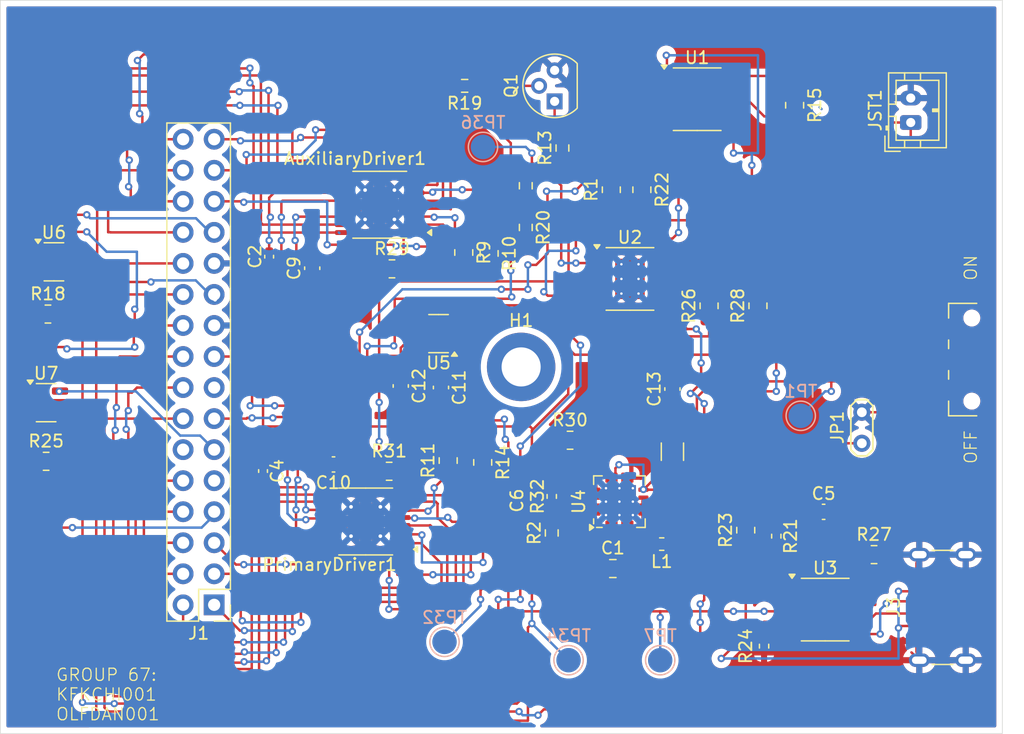
<source format=kicad_pcb>
(kicad_pcb (version 20241229) (generator "pcbnew") (generator_version "9.0")
  (layers (0 "F.Cu" signal) (2 "B.Cu" signal) (13 "F.Paste" user) (15 "B.Paste" user) (5 "F.SilkS" user "F.Silkscreen") (7 "B.SilkS" user "B.Silkscreen") (1 "F.Mask" user) (3 "B.Mask" user) (25 "Edge.Cuts" user))
  (net 0 "")
  (net 1 "MOTOR4_A_OUT")
  (net 2 "MOTOR4_CTRL2")
  (net 3 "MOTOR3_CTRL2")
  (net 4 "Net-(AuxiliaryDriver1-VCP)")
  (net 5 "5V")
  (net 6 "GND")
  (net 7 "MOTOR3_A_OUT")
  (net 8 "MOTOR3_CTRL1")
  (net 9 "Net-(AuxiliaryDriver1-BISEN)")
  (net 10 "Net-(AuxiliaryDriver1-~{SLEEP})")
  (net 11 "MOTOR4_B_OUT")
  (net 12 "MOTOR3_B_OUT")
  (net 13 "Net-(AuxiliaryDriver1-AISEN)")
  (net 14 "MOTOR4_CTRL1")
  (net 16 "Net-(AuxiliaryDriver1-VINT)")
  (net 17 "Net-(PrimaryDriver1-VCP)")
  (net 18 "Net-(U3-VBUS)")
  (net 19 "Net-(C13-Pad1)")
  (net 20 "VBAT_LOAD")
  (net 21 "Net-(PrimaryDriver1-VINT)")
  (net 22 "3V3")
  (net 23 "SWITCH")
  (net 25 "FAST_CHARGE_CTRL")
  (net 26 "MOTOR2_CTRL2")
  (net 27 "MOTOR1_CTRL2")
  (net 28 "EXT_LOAD2_OUT")
  (net 29 "MOTOR1_B_OUT")
  (net 30 "CTRL_EXT_LOAD1")
  (net 32 "MOTOR1_CTRL1")
  (net 33 "MOTOR2_CTRL1")
  (net 34 "EXT_LOAD1_OUT")
  (net 35 "MOTOR2_A_OUT")
  (net 36 "MOTOR2_B_OUT")
  (net 37 "CTRL_EXT_LOAD2")
  (net 39 "I2C1_SCL")
  (net 40 "MOTOR1_A_OUT")
  (net 41 "HV")
  (net 42 "I2C1_SDA")
  (net 43 "Net-(J3-VBUS-PadA9)")
  (net 44 "Net-(J3-CC2)")
  (net 45 "Net-(J3-CC1)")
  (net 46 "Net-(L1-Pad2)")
  (net 47 "Net-(PrimaryDriver1-~{SLEEP})")
  (net 49 "Net-(PrimaryDriver1-BISEN)")
  (net 50 "Net-(PrimaryDriver1-AISEN)")
  (net 51 "Net-(Q1-C)")
  (net 52 "Net-(Q1-B)")
  (net 53 "Net-(R2-Pad2)")
  (net 54 "Net-(U2-PROG)")
  (net 55 "Net-(R16-Pad2)")
  (net 56 "Net-(U3-VDD)")
  (net 57 "Net-(U3-DM)")
  (net 58 "Net-(U2-~{STDBY})")
  (net 59 "Net-(U3-PG)")
  (net 60 "Net-(U2-~{CHRG})")
  (net 61 "Net-(U4-FB)")
  (footprint "Capacitor_SMD:C_0402_1005Metric" (layer "F.Cu") (at 135.5 74.98 90)
    (property "Reference" "C2")
    (property "Value" "100n" (hide yes))
  )
  (footprint "Resistor_SMD:R_0805_2012Metric" (layer "F.Cu") (at 150.15 91.6625 90)
    (property "Reference" "R11")
    (property "Value" "0.2" (hide yes))
  )
  (footprint "Resistor_SMD:R_0402_1005Metric" (layer "F.Cu") (at 158.625 94.5975 90)
    (property "Reference" "R32")
    (property "Value" "1k" (hide yes))
  )
  (footprint "Resistor_SMD:R_0603_1608Metric_Pad0.98x0.95mm_HandSolder" (layer "F.Cu") (at 156.5 69.175 -90)
    (property "Reference" "R16" (hide yes))
    (property "Value" "3k" (hide yes))
  )
  (footprint "Package_SO:TSSOP-16-1EP_4.4x5mm_P0.65mm_EP3x3mm_ThermalVias" (layer "F.Cu") (at 144.55 70.73 180)
    (property "Reference" "AuxiliaryDriver1")
    (property "Value" "DRV8833PWP" (hide yes))
  )
  (footprint "Resistor_SMD:R_0402_1005Metric" (layer "F.Cu") (at 176 106.85 -90)
    (property "Reference" "R24")
    (property "Value" "1k")
  )
  (footprint "Package_TO_SOT_SMD:SOT-23-5" (layer "F.Cu") (at 149.3625 81.275 180)
    (property "Reference" "U5")
    (property "Value" "AP2112K-3.3" (hide yes))
  )
  (footprint "Resistor_SMD:R_0603_1608Metric_Pad0.98x0.95mm_HandSolder" (layer "F.Cu") (at 158.625 97.5875 90)
    (property "Reference" "R2")
    (property "Value" "30k" (hide yes))
  )
  (footprint "Package_SO:SOIC-8-1EP_3.9x4.9mm_P1.27mm_EP2.41x3.3mm_ThermalVias" (layer "F.Cu") (at 165.025 76.8)
    (property "Reference" "U2")
    (property "Value" "TP4056-42-ESOP8" (hide yes))
  )
  (footprint "Button_Switch_SMD:SW_SPDT_CK_JS102011SAQN" (layer "F.Cu") (at 193 83.4 90)
    (property "Reference" "ToggleSwitch1" (hide yes))
    (property "Value" "ON/OFF Switch" (hide yes))
  )
  (footprint "Package_TO_SOT_THT:TO-92" (layer "F.Cu") (at 158.86 62.27 90)
    (property "Reference" "Q1")
    (property "Value" "NPN" (hide yes))
  )
  (footprint "Resistor_SMD:R_0805_2012Metric" (layer "F.Cu") (at 153.5 74.7125 -90)
    (property "Reference" "R10")
    (property "Value" "0.2" (hide yes))
  )
  (footprint "Resistor_SMD:R_0805_2012Metric_Pad1.20x1.40mm_HandSolder" (layer "F.Cu") (at 166 69.5 -90)
    (property "Reference" "R22")
    (property "Value" "10k" (hide yes))
  )
  (footprint "Resistor_SMD:R_0603_1608Metric_Pad0.98x0.95mm_HandSolder" (layer "F.Cu") (at 156.5 72.5875 -90)
    (property "Reference" "R20")
    (property "Value" "3k" (hide yes))
  )
  (footprint "Resistor_SMD:R_0805_2012Metric_Pad1.20x1.40mm_HandSolder" (layer "F.Cu") (at 175.5 79 90)
    (property "Reference" "R28")
    (property "Value" "10k" (hide yes))
  )
  (footprint "Resistor_SMD:R_0805_2012Metric_Pad1.20x1.40mm_HandSolder" (layer "F.Cu") (at 117.4 79.675)
    (property "Reference" "R18")
    (property "Value" "10k" (hide yes))
  )
  (footprint "Package_SO:SSOP-10-1EP_3.9x4.9mm_P1mm_EP2.1x3.3mm" (layer "F.Cu") (at 181 103.86)
    (property "Reference" "U3")
    (property "Value" "CH224K" (hide yes))
  )
  (footprint "Connector_USB:USB_C_Receptacle_GCT_USB4125-xx-x-0190_6P_TopMnt_Horizontal" (layer "F.Cu") (at 191.7 103.68 90)
    (property "Reference" "J3")
    (property "Value" "USB_C_Receptacle_PowerOnly_6P" (hide yes))
  )
  (footprint "Capacitor_SMD:C_1206_3216Metric_Pad1.33x1.80mm_HandSolder" (layer "F.Cu") (at 168.5 90.9375 90)
    (property "Reference" "C6")
    (property "Value" "10µF" (hide yes))
  )
  (footprint "Capacitor_SMD:C_0402_1005Metric" (layer "F.Cu") (at 135 92.52 -90)
    (property "Reference" "C4")
    (property "Value" "100n" (hide yes))
  )
  (footprint "Capacitor_SMD:C_0504_1310Metric_Pad0.83x1.28mm_HandSolder" (layer "F.Cu") (at 168.5 85.81 90)
    (property "Reference" "C13")
    (property "Value" "1μ" (hide yes))
  )
  (footprint "Resistor_SMD:R_0805_2012Metric_Pad1.20x1.40mm_HandSolder" (layer "F.Cu") (at 145.55 75.975)
    (property "Reference" "R29")
    (property "Value" "10k" (hide yes))
  )
  (footprint "Capacitor_SMD:C_0504_1310Metric_Pad0.83x1.28mm_HandSolder" (layer "F.Cu") (at 139.025 75.9225 90)
    (property "Reference" "C9")
    (property "Value" "1μ" (hide yes))
  )
  (footprint "Package_SO:SOIC-8-1EP_3.9x4.9mm_P1.27mm_EP2.29x3mm" (layer "F.Cu") (at 170.525 62.095)
    (property "Reference" "U1")
    (property "Value" "INA219BxD")
  )
  (footprint "MountingHole:MountingHole_3.2mm_M3_DIN965_Pad" (layer "F.Cu") (at 156.12 84)
    (property "Reference" "H1")
    (property "Value" "MountingHole")
  )
  (footprint "Resistor_SMD:R_0603_1608Metric_Pad0.98x0.95mm_HandSolder" (layer "F.Cu") (at 159.5 66.0875 90)
    (property "Reference" "R13")
    (property "Value" "2k" (hide yes))
  )
  (footprint "Resistor_SMD:R_0805_2012Metric_Pad1.20x1.40mm_HandSolder" (layer "F.Cu") (at 185 99.36)
    (property "Reference" "R27")
    (property "Value" "10k" (hide yes))
  )
  (footprint "Capacitor_SMD:C_0504_1310Metric_Pad0.83x1.28mm_HandSolder" (layer "F.Cu") (at 140.7675 91.98 180)
    (property "Reference" "C10")
    (property "Value" "1μ" (hide yes))
  )
  (footprint "Connector_JST:JST_PH_B2B-PH-K_1x02_P2.00mm_Vertical" (layer "F.Cu") (at 188 64 90)
    (property "Reference" "JST1")
    (property "Value" "BatteryPins" (hide yes))
  )
  (footprint "Inductor_SMD:L_0603_1608Metric_Pad1.05x0.95mm_HandSolder" (layer "F.Cu") (at 167.625 98.5 180)
    (property "Reference" "L1")
    (property "Value" "4.7µH" (hide yes))
  )
  (footprint "Package_DFN_QFN:Texas_RSA_VQFN-16-1EP_4x4mm_P0.65mm_EP2.7x2.7mm_ThermalVias" (layer "F.Cu") (at 164.1625 95.025 90)
    (property "Reference" "U4")
    (property "Value" "TPS61090" (hide yes))
  )
  (footprint "Capacitor_SMD:C_0504_1310Metric_Pad0.83x1.28mm_HandSolder" (layer "F.Cu") (at 180.8725 95.86)
    (property "Reference" "C5")
    (property "Value" "1μ")
  )
  (footprint "Capacitor_SMD:C_0504_1310Metric_Pad0.83x1.28mm_HandSolder" (layer "F.Cu") (at 149.56 85.685 -90)
    (property "Reference" "C11")
    (property "Value" "1μ" (hide yes))
  )
  (footprint "Resistor_SMD:R_0805_2012Metric_Pad1.20x1.40mm_HandSolder" (layer "F.Cu") (at 117.25 91.725)
    (property "Reference" "R25")
    (property "Value" "10k" (hide yes))
  )
  (footprint "TestPoint:TestPoint_2Pads_Pitch2.54mm_Drill0.8mm" (layer "F.Cu") (at 184 90.25 90)
    (property "Reference" "JP1")
    (property "Value" "Jumper_2_Open" (hide yes))
  )
  (footprint "Resistor_SMD:R_0603_1608Metric_Pad0.98x0.95mm_HandSolder" (layer "F.Cu") (at 151.5 61 180)
    (property "Reference" "R19")
    (property "Value" "680" (hide yes))
  )
  (footprint "Resistor_SMD:R_0805_2012Metric_Pad1.20x1.40mm_HandSolder" (layer "F.Cu") (at 174.5 97.36 90)
    (property "Reference" "R23")
    (property "Value" "10k" (hide yes))
  )
  (footprint "Resistor_SMD:R_0805_2012Metric" (layer "F.Cu") (at 151.425 74.6375 -90)
    (property "Reference" "R9")
    (property "Value" "0.2")
  )
  (footprint "Package_SO:TSSOP-16-1EP_4.4x5mm_P0.65mm_EP3x3mm_ThermalVias" (layer "F.Cu") (at 143.4 96.65 180)
    (property "Reference" "PrimaryDriver1")
    (property "Value" "DRV8833PWP" (hide yes))
  )
  (footprint "Resistor_SMD:R_0805_2012Metric" (layer "F.Cu") (at 152.975 91.8125 -90)
    (property "Reference" "R14")
    (property "Value" "0.2" (hide yes))
  )
  (footprint "Connector_PinHeader_2.54mm:PinHeader_2x16_P2.54mm_Vertical" (layer "F.Cu") (at 131 103.47 180)
    (property "Reference" "J1")
    (property "Value" "MotherboardConnectors" (hide yes))
  )
  (footprint "Resistor_SMD:R_0805_2012Metric_Pad1.20x1.40mm_HandSolder" (layer "F.Cu") (at 163.5 69.5 90)
    (property "Reference" "R1")
    (property "Value" "10k")
  )
  (footprint "Package_TO_SOT_SMD:SOT-23-6" (layer "F.Cu") (at 117.8875 75.4)
    (property "Reference" "U6")
    (property "Value" "TPS22918" (hide yes))
  )
  (footprint "Resistor_SMD:R_0805_2012Metric_Pad1.20x1.40mm_HandSolder" (layer "F.Cu") (at 145.32 92.54)
    (property "Reference" "R31")
    (property "Value" "10k" (hide yes))
  )
  (footprint "Resistor_SMD:R_0805_2012Metric_Pad1.20x1.40mm_HandSolder" (layer "F.Cu") (at 171.5 79 90)
    (property "Reference" "R26")
    (property "Value" "10k" (hide yes))
  )
  (footprint "Capacitor_SMD:C_0805_2012Metric_Pad1.18x1.45mm_HandSolder" (layer "F.Cu") (at 163.625 100.5)
    (property "Reference" "C1")
    (property "Value" "22µF" (hide yes))
  )
  (footprint "Capacitor_SMD:C_0504_1310Metric_Pad0.83x1.28mm_HandSolder" (layer "F.Cu") (at 146.27 85.56 -90)
    (property "Reference" "C12")
    (property "Value" "1μ" (hide yes))
  )
  (footprint "Resistor_SMD:R_0805_2012Metric_Pad1.20x1.40mm_HandSolder" (layer "F.Cu") (at 160.125 90)
    (property "Reference" "R30")
    (property "Value" "10k" (hide yes))
  )
  (footprint "Package_TO_SOT_SMD:SOT-23-6" (layer "F.Cu") (at 117.25 86.925)
    (property "Reference" "U7")
    (property "Value" "TPS22918" (hide yes))
  )
  (footprint "Resistor_SMD:R_0402_1005Metric" (layer "F.Cu") (at 177 97.85 -90)
    (property "Reference" "R21")
    (property "Value" "1k" (hide yes))
  )
  (footprint "Resistor_SMD:R_0805_2012Metric" (layer "F.Cu") (at 178.5 62.5875 -90)
    (property "Reference" "R15")
    (property "Value" "0.2" (hide yes))
  )
  (footprint "TestPoint:TestPoint_Pad_D2.0mm" (layer "B.Cu") (at 153 66 180)
    (property "Reference" "TP36")
    (property "Value" "TP_CHARGE")
  )
  (footprint "TestPoint:TestPoint_Pad_D2.0mm" (layer "B.Cu") (at 160 108 180)
    (property "Reference" "TP34")
    (property "Value" "TP_5V_OUT")
  )
  (footprint "TestPoint:TestPoint_Pad_D2.0mm" (layer "B.Cu") (at 167.5 108 180)
    (property "Reference" "TP7")
    (property "Value" "TP_9V")
  )
  (footprint "TestPoint:TestPoint_Pad_D2.0mm" (layer "B.Cu") (at 149.85 106.5 180)
    (property "Reference" "TP32")
    (property "Value" "TP_3V3_OUT")
  )
  (footprint "TestPoint:TestPoint_Pad_D2.0mm" (layer "B.Cu") (at 179 88 180)
    (property "Reference" "TP1")
    (property "Value" "TP_SWITCH")
  )
  (gr_rect (start 113.5 54) (end 195.5 114) (stroke (width 0.05)) (fill no) (layer "Edge.Cuts"))
  (gr_text "GROUP 67:\nKFKCHI001\nOLFDAN001\n" (at 118 113 0) (layer "F.SilkS") (effects (font (size 1 1) (thickness 0.1)) (justify left bottom)))
  (gr_text "ON\n" (at 193.5 77 90) (layer "F.SilkS") (effects (font (size 1 1) (thickness 0.1)) (justify left bottom)))
  (gr_text "OFF" (at 193.5 92 90) (layer "F.SilkS") (effects (font (size 1 1) (thickness 0.1)) (justify left bottom)))
  (segment (start 131 100.93) (end 132.83 100.93) (width 0.2) (layer "F.Cu") (net 1))
  (segment (start 149.3 95.2) (end 149.125 95.025) (width 0.2) (layer "F.Cu") (net 1))
  (segment (start 138.1 103.25) (end 138.125 103.225) (width 0.2) (layer "F.Cu") (net 1))
  (segment (start 150.775 97.825) (end 149.375 96.425) (width 0.2) (layer "F.Cu") (net 1))
  (segment (start 132.83 100.93) (end 133.175 101.275) (width 0.2) (layer "F.Cu") (net 1))
  (segment (start 149.275 95.225) (end 149.3 95.2) (width 0.2) (layer "F.Cu") (net 1))
  (segment (start 138.1 104.9) (end 138.1 103.25) (width 0.2) (layer "F.Cu") (net 1))
  (segment (start 150.775 102.75) (end 150.775 97.825) (width 0.2) (layer "F.Cu") (net 1))
  (segment (start 138.125 103.225) (end 150.3 103.225) (width 0.2) (layer "F.Cu") (net 1))
  (segment (start 150.3 103.225) (end 150.775 102.75) (width 0.2) (layer "F.Cu") (net 1))
  (segment (start 149.275 96.425) (end 149.275 95.225) (width 0.2) (layer "F.Cu") (net 1))
  (segment (start 133.175 104.65) (end 133.3 104.775) (width 0.2) (layer "F.Cu") (net 1))
  (segment (start 149.375 96.425) (end 149.275 96.425) (width 0.2) (layer "F.Cu") (net 1))
  (segment (start 133.175 101.275) (end 133.175 104.65) (width 0.2) (layer "F.Cu") (net 1))
  (segment (start 149.125 95.025) (end 146.275 95.025) (width 0.2) (layer "F.Cu") (net 1))
  (via (at 138.1 104.9) (size 0.6) (drill 0.3) (layers "F.Cu" "B.Cu") (net 1))
  (via (at 133.3 104.775) (size 0.6) (drill 0.3) (layers "F.Cu" "B.Cu") (net 1))
  (segment (start 133.425 104.9) (end 138.1 104.9) (width 0.2) (layer "B.Cu") (net 1))
  (segment (start 133.3 104.775) (end 133.425 104.9) (width 0.2) (layer "B.Cu") (net 1))
  (segment (start 124.575 93.675) (end 124.575 109.075) (width 0.2) (layer "F.Cu") (net 2))
  (segment (start 124.575 109.075) (end 124.775 109.275) (width 0.2) (layer "F.Cu") (net 2))
  (segment (start 134.675 95.15) (end 134.8 95.025) (width 0.2) (layer "F.Cu") (net 2))
  (segment (start 134.8 95.025) (end 140.525 95.025) (width 0.2) (layer "F.Cu") (net 2))
  (segment (start 124.775 109.275) (end 134.675 109.275) (width 0.2) (layer "F.Cu") (net 2))
  (segment (start 134.675 109.275) (end 134.675 95.15) (width 0.2) (layer "F.Cu") (net 2))
  (segment (start 124.94 93.31) (end 124.575 93.675) (width 0.2) (layer "F.Cu") (net 2))
  (segment (start 128.46 93.31) (end 124.94 93.31) (width 0.2) (layer "F.Cu") (net 2))
  (segment (start 141.675 72.355) (end 134.98 72.355) (width 0.2) (layer "F.Cu") (net 3))
  (segment (start 134.98 72.355) (end 134.825 72.2) (width 0.2) (layer "F.Cu") (net 3))
  (segment (start 134.825 72.2) (end 134.825 60.15) (width 0.2) (layer "F.Cu") (net 3))
  (segment (start 134.825 60.15) (end 122.7 60.15) (width 0.2) (layer "F.Cu") (net 3))
  (segment (start 122.325 60.525) (end 122.325 72.975) (width 0.2) (layer "F.Cu") (net 3))
  (segment (start 122.5 72.975) (end 122.515 72.99) (width 0.2) (layer "F.Cu") (net 3))
  (segment (start 122.515 72.99) (end 128.46 72.99) (width 0.2) (layer "F.Cu") (net 3))
  (segment (start 122.7 60.15) (end 122.325 60.525) (width 0.2) (layer "F.Cu") (net 3))
  (segment (start 122.325 72.975) (end 122.5 72.975) (width 0.2) (layer "F.Cu") (net 3))
  (segment (start 135.85 93.85) (end 138.5 93.85) (width 0.2) (layer "F.Cu") (net 4))
  (segment (start 135 93) (end 135.85 93.85) (width 0.2) (layer "F.Cu") (net 4))
  (segment (start 140.2 95.7) (end 140.25 95.75) (width 0.2) (layer "F.Cu") (net 4))
  (segment (start 138.5 95.7) (end 140.2 95.7) (width 0.2) (layer "F.Cu") (net 4))
  (via (at 138.5 93.85) (size 0.6) (drill 0.3) (layers "F.Cu" "B.Cu") (net 4))
  (via (at 138.5 95.7) (size 0.6) (drill 0.3) (layers "F.Cu" "B.Cu") (net 4))
  (segment (start 138.5 93.85) (end 138.5 95.7) (width 0.2) (layer "B.Cu") (net 4))
  (segment (start 136.5 73.65) (end 136.5 76.5) (width 0.2) (layer "F.Cu") (net 5))
  (segment (start 152 80.325) (end 150.5 80.325) (width 0.2) (layer "F.Cu") (net 5))
  (segment (start 157 89.2) (end 157.0875 89.1125) (width 0.2) (layer "F.Cu") (net 5))
  (segment (start 157 105) (end 156.675 105.325) (width 0.2) (layer "F.Cu") (net 5))
  (segment (start 115.925 82.375) (end 118.8 82.375) (width 0.2) (layer "F.Cu") (net 5))
  (segment (start 136.6 70.4) (end 136.5 70.5) (width 0.2) (layer "F.Cu") (net 5))
  (segment (start 171.5 81.5) (end 163.5 81.5) (width 0.2) (layer "F.Cu") (net 5))
  (segment (start 156.675 112.95) (end 121.45 112.95) (width 0.2) (layer "F.Cu") (net 5))
  (segment (start 160.5 83) (end 159.975 82.475) (width 0.2) (layer "F.Cu") (net 5))
  (segment (start 140.25 96.4) (end 138.6 96.4) (width 0.2) (layer "F.Cu") (net 5))
  (segment (start 162.2 96) (end 160.625 96) (width 0.2) (layer "F.Cu") (net 5))
  (segment (start 163.125 98.5) (end 163.125 97.05) (width 0.2) (layer "F.Cu") (net 5))
  (segment (start 121.79 80.61) (end 124.425 80.61) (width 0.2) (layer "F.Cu") (net 5))
  (segment (start 156.675 105.325) (end 156.675 112.95) (width 0.2) (layer "F.Cu") (net 5))
  (segment (start 121.575 80.825) (end 121.79 80.61) (width 0.2) (layer "F.Cu") (net 5))
  (segment (start 175.5 80) (end 175.5 82.5) (width 0.2) (layer "F.Cu") (net 5))
  (segment (start 116.1125 82.5625) (end 115.925 82.375) (width 0.2) (layer "F.Cu") (net 5))
  (segment (start 150.5 82.225) (end 151.935 82.225) (width 0.2) (layer "F.Cu") (net 5))
  (segment (start 159.66 82.16) (end 159.66 78.96) (width 0.2) (layer "F.Cu") (net 5))
  (segment (start 141.25 70.4) (end 136.6 70.4) (width 0.2) (layer "F.Cu") (net 5))
  (segment (start 149.56 86.3125) (end 152.0175 86.3125) (width 0.2) (layer "F.Cu") (net 5))
  (segment (start 152 82.16) (end 152 80.325) (width 0.2) (layer "F.Cu") (net 5))
  (segment (start 124.425 82.3) (end 124.425 80.61) (width 0.2) (layer "F.Cu") (net 5))
  (segment (start 124.5 82.375) (end 124.425 82.3) (width 0.2) (layer "F.Cu") (net 5))
  (segment (start 157 102.125) (end 157 103.4) (width 0.2) (layer "F.Cu") (net 5))
  (segment (start 135 90.25) (end 135 88.875) (width 0.2) (layer "F.Cu") (net 5))
  (segment (start 160.625 98.5) (end 163.125 98.5) (width 0.2) (layer "F.Cu") (net 5))
  (segment (start 157 102.125) (end 157 89.2) (width 0.2) (layer "F.Cu") (net 5))
  (segment (start 136.5 70.5) (end 136.5 71.75) (width 0.2) (layer "F.Cu") (net 5))
  (segment (start 158.625 98.5) (end 160.625 98.5) (width 0.2) (layer "F.Cu") (net 5))
  (segment (start 152 86.13) (end 152 82.16) (width 0.2) (layer "F.Cu") (net 5))
  (segment (start 121.45 112.95) (end 121.35 113.05) (width 0.2) (layer "F.Cu") (net 5))
  (segment (start 157.125 102) (end 157 102) (width 0.2) (layer "F.Cu") (net 5))
  (segment (start 151.94 79.1) (end 151.94 80.265) (width 0.2) (layer "F.Cu") (net 5))
  (segment (start 162.5 83) (end 160.5 83) (width 0.2) (layer "F.Cu") (net 5))
  (segment (start 163.5 81.5) (end 163.5 83) (width 0.2) (layer "F.Cu") (net 5))
  (segment (start 116.75 74.45) (end 116.75 73.15) (width 0.2) (layer "F.Cu") (net 5))
  (segment (start 175.5 82.5) (end 175 83) (width 0.2) (layer "F.Cu") (net 5))
  (segment (start 156.85 88.875) (end 135 88.875) (width 0.2) (layer "F.Cu") (net 5))
  (segment (start 163.125 97.05) (end 163.1875 96.9875) (width 0.2) (layer "F.Cu") (net 5))
  (segment (start 151.94 80.265) (end 152 80.325) (width 0.2) (layer "F.Cu") (net 5))
  (segment (start 163.5 79.655) (end 163.5 81.5) (width 0.2) (layer "F.Cu") (net 5))
  (segment (start 124.5 79.275) (end 124.5 80.535) (width 0.2) (layer "F.Cu") (net 5))
  (segment (start 152.08 78.96) (end 151.94 79.1) (width 0.2) (layer "F.Cu") (net 5))
  (segment (start 162.55 78.705) (end 163.5 79.655) (width 0.2) (layer "F.Cu") (net 5))
  (segment (start 159.975 86.225) (end 159.975 82.475) (width 0.2) (layer "F.Cu") (net 5))
  (segment (start 116.55 72.95) (end 120.575 72.95) (width 0.2) (layer "F.Cu") (net 5))
  (segment (start 159.975 82.475) (end 159.66 82.16) (width 0.2) (layer "F.Cu") (net 5))
  (segment (start 162.5875 100.5) (end 160.625 100.5) (width 0.2) (layer "F.Cu") (net 5))
  (segment (start 124.425 80.61) (end 128.46 80.61) (width 0.2) (layer "F.Cu") (net 5))
  (segment (start 116.1125 85.975) (end 116.1125 82.5625) (width 0.2) (layer "F.Cu") (net 5))
  (segment (start 135.5 75.46) (end 135.5 76.5) (width 0.2) (layer "F.Cu") (net 5))
  (segment (start 175 83) (end 163.5 83) (width 0.2) (layer "F.Cu") (net 5))
  (segment (start 136.5 76.5) (end 135.5 76.5) (width 0.2) (layer "F.Cu") (net 5))
  (segment (start 162.2 95.35) (end 160.775 95.35) (width 0.2) (layer "F.Cu") (net 5))
  (segment (start 135 92.04) (end 135 90.25) (width 0.2) (layer "F.Cu") (net 5))
  (segment (start 152.0175 86.3125) (end 152.1 86.23) (width 0.2) (layer "F.Cu") (net 5))
  (segment (start 135 77) (end 135.5 76.5) (width 0.2) (layer "F.Cu") (net 5))
  (segment (start 171.5 80) (end 171.5 81.5) (width 0.2) (layer "F.Cu") (net 5))
  (segment (start 121.35 80.825) (end 121.575 80.825) (width 0.2) (layer "F.Cu") (net 5))
  (segment (start 137 92.25) (end 135 90.25) (width 0.2) (layer "F.Cu") (net 5))
  (segment (start 160.625 96) (end 160.625 98.5) (width 0.2) (layer "F.Cu") (net 5))
  (segment (start 151.935 82.225) (end 152 82.16) (width 0.2) (layer "F.Cu") (net 5))
  (segment (start 159.66 78.96) (end 152.08 78.96) (width 0.2) (layer "F.Cu") (net 5))
  (segment (start 163.5 83) (end 162.5 83) (width 0.2) (layer "F.Cu") (net 5))
  (segment (start 118.8 82.375) (end 118.95 82.525) (width 0.2) (layer "F.Cu") (net 5))
  (segment (start 121.35 113.05) (end 121.35 80.825) (width 0.2) (layer "F.Cu") (net 5))
  (segment (start 160.625 98.5) (end 157.125 102) (width 0.2) (layer "F.Cu") (net 5))
  (segment (start 124.5 80.535) (end 124.425 80.61) (width 0.2) (layer "F.Cu") (net 5))
  (segment (start 157.0875 89.1125) (end 159.975 86.225) (width 0.2) (layer "F.Cu") (net 5))
  (segment (start 157.0875 89.1125) (end 156.85 88.875) (width 0.2) (layer "F.Cu") (net 5))
  (segment (start 160.625 100.5) (end 160.625 98.5) (width 0.2) (layer "F.Cu") (net 5))
  (segment (start 135 88.875) (end 135 77) (width 0.2) (layer "F.Cu") (net 5))
  (segment (start 138.6 96.4) (end 138.5 96.5) (width 0.2) (layer "F.Cu") (net 5))
  (segment (start 160.625 95.5) (end 160.625 96) (width 0.2) (layer "F.Cu") (net 5))
  (segment (start 137 93.25) (end 137 92.25) (width 0.2) (layer "F.Cu") (net 5))
  (segment (start 116.75 73.15) (end 116.55 72.95) (width 0.2) (layer "F.Cu") (net 5))
  (segment (start 160.775 95.35) (end 160.625 95.5) (width 0.2) (layer "F.Cu") (net 5))
  (segment (start 157 102) (end 157 102.125) (width 0.2) (layer "F.Cu") (net 5))
  (segment (start 152.1 86.23) (end 152 86.13) (width 0.2) (layer "F.Cu") (net 5))
  (via (at 118.95 82.525) (size 0.6) (drill 0.3) (layers "F.Cu" "B.Cu") (net 5))
  (via (at 137 93.25) (size 0.6) (drill 0.3) (layers "F.Cu" "B.Cu") (net 5))
  (via (at 120.575 72.95) (size 0.6) (drill 0.3) (layers "F.Cu" "B.Cu") (net 5))
  (via (at 136.5 73.65) (size 0.6) (drill 0.3) (layers "F.Cu" "B.Cu") (net 5))
  (via (at 136.5 71.75) (size 0.6) (drill 0.3) (layers "F.Cu" "B.Cu") (net 5))
  (via (at 157 105) (size 0.6) (drill 0.3) (layers "F.Cu" "B.Cu") (net 5))
  (via (at 124.5 79.275) (size 0.6) (drill 0.3) (layers "F.Cu" "B.Cu") (net 5))
  (via (at 124.5 82.375) (size 0.6) (drill 0.3) (layers "F.Cu" "B.Cu") (net 5))
  (via (at 138.5 96.5) (size 0.6) (drill 0.3) (layers "F.Cu" "B.Cu") (net 5))
  (via (at 157 103.4) (size 0.6) (drill 0.3) (layers "F.Cu" "B.Cu") (net 5))
  (segment (start 137.5 96.5) (end 137 96) (width 0.2) (layer "B.Cu") (net 5))
  (segment (start 160 108) (end 157 105) (width 0.2) (layer "B.Cu") (net 5))
  (segment (start 157 103.4) (end 157 105) (width 0.2) (layer "B.Cu") (net 5))
  (segment (start 124.35 82.525) (end 124.5 82.375) (width 0.2) (layer "B.Cu") (net 5))
  (segment (start 122.425 74.575) (end 124.675 74.575) (width 0.2) (layer "B.Cu") (net 5))
  (segment (start 120.575 72.95) (end 122.2 74.575) (width 0.2) (layer "B.Cu") (net 5))
  (segment (start 118.95 82.525) (end 124.35 82.525) (width 0.2) (layer "B.Cu") (net 5))
  (segment (start 122.2 74.575) (end 122.425 74.575) (width 0.2) (layer "B.Cu") (net 5))
  (segment (start 124.675 74.575) (end 124.675 79.1) (width 0.2) (layer "B.Cu") (net 5))
  (segment (start 137 96) (end 137 93.25) (width 0.2) (layer "B.Cu") (net 5))
  (segment (start 136.5 71.75) (end 136.5 73.65) (width 0.2) (layer "B.Cu") (net 5))
  (segment (start 124.675 79.1) (end 124.5 79.275) (width 0.2) (layer "B.Cu") (net 5))
  (segment (start 138.5 96.5) (end 137.5 96.5) (width 0.2) (layer "B.Cu") (net 5))
  (segment (start 190 88) (end 190.25 87.75) (width 0.2) (layer "F.Cu") (net 6))
  (segment (start 189.71 87.71) (end 190 88) (width 0.2) (layer "F.Cu") (net 6))
  (segment (start 188.06 107.36) (end 188.7 108) (width 0.2) (layer "F.Cu") (net 6))
  (segment (start 181.5 103.36) (end 181 103.86) (width 0.2) (layer "F.Cu") (net 6))
  (segment (start 190.25 87.75) (end 190.25 85.9) (width 0.2) (layer "F.Cu") (net 6))
  (segment (start 184 87.71) (end 189.71 87.71) (width 0.2) (layer "F.Cu") (net 6))
  (segment (start 162.15 94) (end 162.2 94.05) (width 0.2) (layer "F.Cu") (net 6))
  (segment (start 149.85 72.475) (end 149.73 72.355) (width 0.2) (layer "F.Cu") (net 7))
  (segment (start 149.73 72.355) (end 147.425 72.355) (width 0.2) (layer "F.Cu") (net 7))
  (segment (start 147.55 74.15) (end 149.675 74.15) (width 0.2) (layer "F.Cu") (net 7))
  (segment (start 131 70.45) (end 133.35 70.45) (width 0.2) (layer "F.Cu") (net 7))
  (segment (start 149.8 74.275) (end 149.8 72.525) (width 0.2) (layer "F.Cu") (net 7))
  (segment (start 149.675 74.15) (end 149.8 74.275) (width 0.2) (layer "F.Cu") (net 7))
  (segment (start 133.35 70.45) (end 133.425 70.525) (width 0.2) (layer "F.Cu") (net 7))
  (segment (start 140.25 74) (end 145.8 74) (width 0.2) (layer "F.Cu") (net 7))
  (segment (start 145.8 74) (end 145.9 74.1) (width 0.2) (layer "F.Cu") (net 7))
  (segment (start 149.8 72.525) (end 149.85 72.475) (width 0.2) (layer "F.Cu") (net 7))
  (via (at 145.9 74.1) (size 0.6) (drill 0.3) (layers "F.Cu" "B.Cu") (net 7))
  (via (at 147.55 74.15) (size 0.6) (drill 0.3) (layers "F.Cu" "B.Cu") (net 7))
  (via (at 133.425 70.525) (size 0.6) (drill 0.3) (layers "F.Cu" "B.Cu") (net 7))
  (via (at 140.25 74) (size 0.6) (drill 0.3) (layers "F.Cu" "B.Cu") (net 7))
  (segment (start 145.9 74.1) (end 147.5 74.1) (width 0.2) (layer "B.Cu") (net 7))
  (segment (start 147.5 74.1) (end 147.55 74.15) (width 0.2) (layer "B.Cu") (net 7))
  (segment (start 133.425 70.525) (end 133.475 70.475) (width 0.2) (layer "B.Cu") (net 7))
  (segment (start 140.25 70.475) (end 140.25 74) (width 0.2) (layer "B.Cu") (net 7))
  (segment (start 133.475 70.475) (end 140.25 70.475) (width 0.2) (layer "B.Cu") (net 7))
  (segment (start 140.025 70.425) (end 140.075 70.475) (width 0.2) (layer "B.Cu") (net 7))
  (segment (start 134.455 73.005) (end 134.225 72.775) (width 0.2) (layer "F.Cu") (net 8))
  (segment (start 121.425 74.975) (end 121.425 59.575) (width 0.2) (layer "F.Cu") (net 8))
  (segment (start 121.98 75.53) (end 121.425 74.975) (width 0.2) (layer "F.Cu") (net 8))
  (segment (start 121.425 59.575) (end 133.9 59.575) (width 0.2) (layer "F.Cu") (net 8))
  (segment (start 134.225 72.775) (end 134.225 61.05) (width 0.2) (layer "F.Cu") (net 8))
  (segment (start 134.225 61.05) (end 133.925 60.75) (width 0.2) (layer "F.Cu") (net 8))
  (segment (start 128.46 75.53) (end 121.98 75.53) (width 0.2) (layer "F.Cu") (net 8))
  (segment (start 141.675 73.005) (end 134.455 73.005) (width 0.2) (layer "F.Cu") (net 8))
  (segment (start 133.9 59.575) (end 133.925 59.55) (width 0.2) (layer "F.Cu") (net 8))
  (via (at 133.925 59.55) (size 0.6) (drill 0.3) (layers "F.Cu" "B.Cu") (net 8))
  (via (at 133.925 60.75) (size 0.6) (drill 0.3) (layers "F.Cu" "B.Cu") (net 8))
  (segment (start 141.2 73) (end 141.25 73.05) (width 0.2) (layer "B.Cu") (net 8))
  (segment (start 133.925 60.75) (end 133.925 59.55) (width 0.2) (layer "B.Cu") (net 8))
  (segment (start 151.3 69.5) (end 153.5 69.5) (width 0.2) (layer "F.Cu") (net 9))
  (segment (start 148.828304 69.75) (end 148.878304 69.7) (width 0.2) (layer "F.Cu") (net 9))
  (segment (start 147 69.75) (end 148.828304 69.75) (width 0.2) (layer "F.Cu") (net 9))
  (segment (start 153.5 69.5) (end 153.5 73.5875) (width 0.2) (layer "F.Cu") (net 9))
  (via (at 151.3 69.5) (size 0.6) (drill 0.3) (layers "F.Cu" "B.Cu") (net 9))
  (via (at 148.878304 69.7) (size 0.6) (drill 0.3) (layers "F.Cu" "B.Cu") (net 9))
  (segment (start 148.878304 69.7) (end 149.078304 69.5) (width 0.2) (layer "B.Cu") (net 9))
  (segment (start 149.078304 69.5) (end 151.3 69.5) (width 0.2) (layer "B.Cu") (net 9))
  (segment (start 146.5 73.5) (end 146.5 76) (width 0.2) (layer "F.Cu") (net 10))
  (segment (start 147 73) (end 146.5 73.5) (width 0.2) (layer "F.Cu") (net 10))
  (segment (start 132.785 100.175) (end 133.425 100.175) (width 0.2) (layer "F.Cu") (net 11))
  (segment (start 147.405519 96.375) (end 146.325 96.375) (width 0.2) (layer "F.Cu") (net 11))
  (segment (start 151.4 103.15) (end 151.4 96.675) (width 0.2) (layer "F.Cu") (net 11))
  (segment (start 145.3 103.825) (end 150.775 103.825) (width 0.2) (layer "F.Cu") (net 11))
  (segment (start 150.775 103.825) (end 151.425 103.175) (width 0.2) (layer "F.Cu") (net 11))
  (segment (start 151.4 96.675) (end 150.47353 96.675) (width 0.2) (layer "F.Cu") (net 11))
  (segment (start 136.875 100.15) (end 145.325 100.15) (width 0.2) (layer "F.Cu") (net 11))
  (segment (start 146.325 96.375) (end 146.275 96.325) (width 0.2) (layer "F.Cu") (net 11))
  (segment (start 145.325 100.15) (end 145.325 101.475) (width 0.2) (layer "F.Cu") (net 11))
  (segment (start 131 98.39) (end 132.785 100.175) (width 0.2) (layer "F.Cu") (net 11))
  (segment (start 151.425 103.175) (end 151.4 103.15) (width 0.2) (layer "F.Cu") (net 11))
  (segment (start 150.47353 96.675) (end 150.111765 96.313235) (width 0.2) (layer "F.Cu") (net 11))
  (via (at 150.111765 96.313235) (size 0.6) (drill 0.3) (layers "F.Cu" "B.Cu") (net 11))
  (via (at 145.325 101.475) (size 0.6) (drill 0.3) (layers "F.Cu" "B.Cu") (net 11))
  (via (at 147.405519 96.375) (size 0.6) (drill 0.3) (layers "F.Cu" "B.Cu") (net 11))
  (via (at 145.3 103.825) (size 0.6) (drill 0.3) (layers "F.Cu" "B.Cu") (net 11))
  (via (at 133.425 100.175) (size 0.6) (drill 0.3) (layers "F.Cu" "B.Cu") (net 11))
  (via (at 136.875 100.15) (size 0.6) (drill 0.3) (layers "F.Cu" "B.Cu") (net 11))
  (segment (start 147.431519 96.401) (end 147.405519 96.375) (width 0.2) (layer "B.Cu") (net 11))
  (segment (start 145.325 103.8) (end 145.3 103.825) (width 0.2) (layer "B.Cu") (net 11))
  (segment (start 133.425 100.175) (end 136.85 100.175) (width 0.2) (layer "B.Cu") (net 11))
  (segment (start 150.024 96.401) (end 147.431519 96.401) (width 0.2) (layer "B.Cu") (net 11))
  (segment (start 136.85 100.175) (end 136.875 100.15) (width 0.2) (layer "B.Cu") (net 11))
  (segment (start 145.325 101.475) (end 145.325 103.8) (width 0.2) (layer "B.Cu") (net 11))
  (segment (start 150.111765 96.313235) (end 150.024 96.401) (width 0.2) (layer "B.Cu") (net 11))
  (segment (start 150.35 71.1) (end 150.305 71.055) (width 0.2) (layer "F.Cu") (net 12))
  (segment (start 150.305 71.055) (end 147.425 71.055) (width 0.2) (layer "F.Cu") (net 12))
  (segment (start 133.59 67.91) (end 133.65 67.85) (width 0.2) (layer "F.Cu") (net 12))
  (segment (start 150.35 64.675) (end 150.35 71.1) (width 0.2) (layer "F.Cu") (net 12))
  (segment (start 133.65 67.85) (end 133.65 66.65) (width 0.2) (layer "F.Cu") (net 12))
  (segment (start 150.275 64.6) (end 150.35 64.675) (width 0.2) (layer "F.Cu") (net 12))
  (segment (start 131 67.91) (end 133.59 67.91) (width 0.2) (layer "F.Cu") (net 12))
  (segment (start 139.3 64.6) (end 150.275 64.6) (width 0.2) (layer "F.Cu") (net 12))
  (segment (start 133.65 66.65) (end 133.625 66.625) (width 0.2) (layer "F.Cu") (net 12))
  (via (at 133.625 66.625) (size 0.6) (drill 0.3) (layers "F.Cu" "B.Cu") (net 12))
  (via (at 139.3 64.6) (size 0.6) (drill 0.3) (layers "F.Cu" "B.Cu") (net 12))
  (segment (start 138.125 66.625) (end 139.3 65.45) (width 0.2) (layer "B.Cu") (net 12))
  (segment (start 133.625 66.625) (end 138.125 66.625) (width 0.2) (layer "B.Cu") (net 12))
  (segment (start 139.3 65.45) (end 139.3 64.6) (width 0.2) (layer "B.Cu") (net 12))
  (segment (start 148.95 71.7) (end 149 71.75) (width 0.2) (layer "F.Cu") (net 13))
  (segment (start 147 71.7) (end 148.95 71.7) (width 0.2) (layer "F.Cu") (net 13))
  (segment (start 150.7 71.800003) (end 150.7 73.2875) (width 0.2) (layer "F.Cu") (net 13))
  (segment (start 150.7 73.2875) (end 151 73.5875) (width 0.2) (layer "F.Cu") (net 13))
  (via (at 150.7 71.800003) (size 0.6) (drill 0.3) (layers "F.Cu" "B.Cu") (net 13))
  (via (at 149 71.75) (size 0.6) (drill 0.3) (layers "F.Cu" "B.Cu") (net 13))
  (segment (start 150.649997 71.75) (end 150.7 71.800003) (width 0.2) (layer "B.Cu") (net 13))
  (segment (start 149 71.75) (end 150.649997 71.75) (width 0.2) (layer "B.Cu") (net 13))
  (segment (start 134.05 108.725) (end 134.075 108.75) (width 0.2) (layer "F.Cu") (net 14))
  (segment (start 128.46 95.85) (end 125.55 95.85) (width 0.2) (layer "F.Cu") (net 14))
  (segment (start 134.075 108.75) (end 134.075 94.8) (width 0.2) (layer "F.Cu") (net 14))
  (segment (start 125.25 108.725) (end 134.05 108.725) (width 0.2) (layer "F.Cu") (net 14))
  (segment (start 125.15 96.25) (end 125.25 96.35) (width 0.2) (layer "F.Cu") (net 14))
  (segment (start 140.45 94.45) (end 140.525 94.375) (width 0.2) (layer "F.Cu") (net 14))
  (segment (start 134.075 94.8) (end 134.425 94.45) (width 0.2) (layer "F.Cu") (net 14))
  (segment (start 125.25 96.35) (end 125.25 108.725) (width 0.2) (layer "F.Cu") (net 14))
  (segment (start 134.425 94.45) (end 140.45 94.45) (width 0.2) (layer "F.Cu") (net 14))
  (segment (start 125.55 95.85) (end 125.15 96.25) (width 0.2) (layer "F.Cu") (net 14))
  (segment (start 141.2 71.75) (end 141.25 71.7) (width 0.2) (layer "F.Cu") (net 16))
  (segment (start 137.725 73.75) (end 137.625 73.65) (width 0.2) (layer "F.Cu") (net 16))
  (segment (start 138.575 75.1975) (end 137.725 75.1975) (width 0.2) (layer "F.Cu") (net 16))
  (segment (start 137.725 75.1975) (end 137.725 73.75) (width 0.2) (layer "F.Cu") (net 16))
  (segment (start 137.675 71.75) (end 137.72 71.705) (width 0.2) (layer "F.Cu") (net 16))
  (segment (start 137.725 75.1975) (end 137.575 75.1975) (width 0.2) (layer "F.Cu") (net 16))
  (segment (start 137.72 71.705) (end 141.675 71.705) (width 0.2) (layer "F.Cu") (net 16))
  (via (at 137.625 73.65) (size 0.6) (drill 0.3) (layers "F.Cu" "B.Cu") (net 16))
  (via (at 137.675 71.75) (size 0.6) (drill 0.3) (layers "F.Cu" "B.Cu") (net 16))
  (segment (start 137.575 73.6) (end 137.575 71.7) (width 0.2) (layer "B.Cu") (net 16))
  (segment (start 135.6 71.75) (end 135.5 71.65) (width 0.2) (layer "F.Cu") (net 17))
  (segment (start 135.5 70.149943) (end 135.899943 69.75) (width 0.2) (layer "F.Cu") (net 17))
  (segment (start 135.899943 69.75) (end 141.25 69.75) (width 0.2) (layer "F.Cu") (net 17))
  (segment (start 135.5 74.5) (end 135.5 73.65) (width 0.2) (layer "F.Cu") (net 17))
  (segment (start 135.5 71.65) (end 135.5 70.149943) (width 0.2) (layer "F.Cu") (net 17))
  (via (at 135.6 71.75) (size 0.6) (drill 0.3) (layers "F.Cu" "B.Cu") (net 17))
  (via (at 135.5 73.65) (size 0.6) (drill 0.3) (layers "F.Cu" "B.Cu") (net 17))
  (segment (start 135.5 71.85) (end 135.6 71.75) (width 0.2) (layer "B.Cu") (net 17))
  (segment (start 135.5 73.65) (end 135.5 71.85) (width 0.2) (layer "B.Cu") (net 17))
  (segment (start 179.745 96.36) (end 180.245 95.86) (width 0.2) (layer "F.Cu") (net 18))
  (segment (start 174.5 96.36) (end 177 96.36) (width 0.2) (layer "F.Cu") (net 18))
  (segment (start 177 96.36) (end 179.745 96.36) (width 0.2) (layer "F.Cu") (net 18))
  (segment (start 177 97.34) (end 177 96.36) (width 0.2) (layer "F.Cu") (net 18))
  (segment (start 168.5 86.4375) (end 168.5 89.375) (width 0.2) (layer "F.Cu") (net 19))
  (segment (start 167.675 92.5) (end 166.125 94.05) (width 0.2) (layer "F.Cu") (net 20))
  (segment (start 176.014999 63.5) (end 176 63.485001) (width 0.2) (layer "F.Cu") (net 20))
  (segment (start 169.95 94.05) (end 166.125 94.05) (width 0.2) (layer "F.Cu") (net 20))
  (segment (start 177 86) (end 171 86) (width 0.2) (layer "F.Cu") (net 20))
  (segment (start 168.5 92.5) (end 167.675 92.5) (width 0.2) (layer "F.Cu") (net 20))
  (segment (start 170 94) (end 169.95 94.05) (width 0.2) (layer "F.Cu") (net 20))
  (segment (start 171 86) (end 170.5 86.5) (width 0.2) (layer "F.Cu") (net 20))
  (segment (start 176 63.485001) (end 173.974999 61.46) (width 0.2) (layer "F.Cu") (net 20))
  (segment (start 163.8375 93.0625) (end 163.8375 92.2875) (width 0.2) (layer "F.Cu") (net 20))
  (segment (start 170.5 94) (end 170 94) (width 0.2) (layer "F.Cu") (net 20))
  (segment (start 177 65) (end 178.5 63.5) (width 0.2) (layer "F.Cu") (net 20))
  (segment (start 177 84.5) (end 177 65) (width 0.2) (layer "F.Cu") (net 20))
  (segment (start 170.5 86.5) (end 170.5 94) (width 0.2) (layer "F.Cu") (net 20))
  (segment (start 178.5 63.5) (end 176.014999 63.5) (width 0.2) (layer "F.Cu") (net 20))
  (segment (start 163.8375 92.2875) (end 164.125 92) (width 0.2) (layer "F.Cu") (net 20))
  (segment (start 173.974999 61.46) (end 173 61.46) (width 0.2) (layer "F.Cu") (net 20))
  (via (at 177 86) (size 0.6) (drill 0.3) (layers "F.Cu" "B.Cu") (net 20))
  (via (at 164.125 92) (size 0.6) (drill 0.3) (layers "F.Cu" "B.Cu") (net 20))
  (via (at 166.125 94.025) (size 0.6) (drill 0.3) (layers "F.Cu" "B.Cu") (net 20))
  (via (at 177 84.5) (size 0.6) (drill 0.3) (layers "F.Cu" "B.Cu") (net 20))
  (segment (start 166.125 92) (end 166.125 94.025) (width 0.2) (layer "B.Cu") (net 20))
  (segment (start 164.125 92) (end 166.125 92) (width 0.2) (layer "B.Cu") (net 20))
  (segment (start 177 84.5) (end 177 86) (width 0.2) (layer "B.Cu") (net 20))
  (segment (start 140.25 97.7) (end 138.2 97.7) (width 0.2) (layer "F.Cu") (net 21))
  (segment (start 137.844612 93.25) (end 137.844612 92.155388) (width 0.2) (layer "F.Cu") (net 21))
  (segment (start 137.699997 97.199997) (end 137.699997 95.7) (width 0.2) (layer "F.Cu") (net 21))
  (segment (start 138.2 97.7) (end 138 97.5) (width 0.2) (layer "F.Cu") (net 21))
  (segment (start 137.844612 92.155388) (end 138 92) (width 0.2) (layer "F.Cu") (net 21))
  (segment (start 138 92) (end 139.5 92) (width 0.2) (layer "F.Cu") (net 21))
  (segment (start 138 97.5) (end 137.699997 97.199997) (width 0.2) (layer "F.Cu") (net 21))
  (via (at 137.699997 95.7) (size 0.6) (drill 0.3) (layers "F.Cu" "B.Cu") (net 21))
  (via (at 137.844612 93.25) (size 0.6) (drill 0.3) (layers "F.Cu" "B.Cu") (net 21))
  (segment (start 137.699997 95.7) (end 137.699997 93.300003) (width 0.2) (layer "B.Cu") (net 21))
  (segment (start 137.699997 93.300003) (end 137.75 93.25) (width 0.2) (layer "B.Cu") (net 21))
  (segment (start 137.75 93.25) (end 137.844612 93.25) (width 0.2) (layer "B.Cu") (net 21))
  (segment (start 168 72) (end 166 72) (width 0.2) (layer "F.Cu") (net 22))
  (segment (start 166 72) (end 163.5 72) (width 0.2) (layer "F.Cu") (net 22))
  (segment (start 154.825 89.925) (end 155.075 90.175) (width 0.2) (layer "F.Cu") (net 22))
  (segment (start 145.5 77) (end 144.5 78) (width 0.2) (layer "F.Cu") (net 22))
  (segment (start 168.05 60.19) (end 168.05 58.55) (width 0.2) (layer "F.Cu") (net 22))
  (segment (start 122.9 83.525) (end 123.275 83.15) (width 0.2) (layer "F.Cu") (net 22))
  (segment (start 168.05 58.55) (end 168 58.5) (width 0.2) (layer "F.Cu") (net 22))
  (segment (start 123 83.625) (end 122.9 83.525) (width 0.2) (layer "F.Cu") (net 22))
  (segment (start 173.5 64.5) (end 173.5 66.5) (width 0.2) (layer "F.Cu") (net 22))
  (segment (start 147.625 83.525) (end 147.85 83.75) (width 0.2) (layer "F.Cu") (net 22))
  (segment (start 155.075 90.175) (end 155.075 100) (width 0.2) (layer "F.Cu") (net 22))
  (segment (start 123.275 83.15) (end 128.46 83.15) (width 0.2) (layer "F.Cu") (net 22))
  (segment (start 122.75 110.949) (end 122.75 89.325) (width 0.2) (layer "F.Cu") (net 22))
  (segment (start 153.401 110.949) (end 122.75 110.949) (width 0.2) (layer "F.Cu") (net 22))
  (segment (start 144.5 86.9) (end 144.5 83.1) (width 0.2) (layer "F.Cu") (net 22))
  (segment (start 152.8 103.025) (end 152.8 102.275) (width 0.2) (layer "F.Cu") (net 22))
  (segment (start 144.5 78) (end 144.5 82.54875) (width 0.2) (layer "F.Cu") (net 22))
  (segment (start 153.45 110.9) (end 153.401 110.949) (width 0.2) (layer "F.Cu") (net 22))
  (segment (start 146.27 82.44) (end 146.485 82.225) (width 0.2) (layer "F.Cu") (net 22))
  (segment (start 148 82.45) (end 148.225 82.225) (width 0.2) (layer "F.Cu") (net 22))
  (segment (start 160 77) (end 145.5 77) (width 0.2) (layer "F.Cu") (net 22))
  (segment (start 163.5 72) (end 161 72) (width 0.2) (layer "F.Cu") (net 22))
  (segment (start 170.5 72) (end 168 72) (width 0.2) (layer "F.Cu") (net 22))
  (segment (start 146.27 83.1) (end 146.27 82.44) (width 0.2) (layer "F.Cu") (net 22))
  (segment (start 166 70.5) (end 166 72) (width 0.2) (layer "F.Cu") (net 22))
  (segment (start 144.5 83.1) (end 144.5 82.54875) (width 0.2) (layer "F.Cu") (net 22))
  (segment (start 144.5 76) (end 144.5 78) (width 0.2) (layer "F.Cu") (net 22))
  (segment (start 146.27 83.525) (end 146.27 83.1) (width 0.2) (layer "F.Cu") (net 22))
  (segment (start 154.65 88.375) (end 154.75 88.275) (width 0.2) (layer "F.Cu") (net 22))
  (segment (start 144.5 92) (end 144.5 90.1) (width 0.2) (layer "F.Cu") (net 22))
  (segment (start 147.775 88.375) (end 154.65 88.375) (width 0.2) (layer "F.Cu") (net 22))
  (segment (start 146.485 82.225) (end 148.225 82.225) (width 0.2) (layer "F.Cu") (net 22))
  (segment (start 175 72) (end 170.5 72) (width 0.2) (layer "F.Cu") (net 22))
  (segment (start 175 67.5) (end 175 72) (width 0.2) (layer "F.Cu") (net 22))
  (segment (start 122.75 89.325) (end 122.9 89.175) (width 0.2) (layer "F.Cu") (net 22))
  (segment (start 146.27 83.525) (end 147.625 83.525) (width 0.2) (layer "F.Cu") (net 22))
  (segment (start 146.27 83.1) (end 144.5 83.1) (width 0.2) (layer "F.Cu") (net 22))
  (segment (start 147.85 83.75) (end 147.775 83.825) (width 0.2) (layer "F.Cu") (net 22))
  (segment (start 147.775 83.825) (end 147.775 88.375) (width 0.2) (layer "F.Cu") (net 22))
  (segment (start 161 72) (end 160 73) (width 0.2) (layer "F.Cu") (net 22))
  (segment (start 146.27 84.9325) (end 146.27 83.525) (width 0.2) (layer "F.Cu") (net 22))
  (segment (start 160 73) (end 160 77) (width 0.2) (layer "F.Cu") (net 22))
  (segment (start 173 64) (end 173.5 64.5) (width 0.2) (layer "F.Cu") (net 22))
  (segment (start 163.5 70.5) (end 163.5 72) (width 0.2) (layer "F.Cu") (net 22))
  (segment (start 123 87.325) (end 123 83.625) (width 0.2) (layer "F.Cu") (net 22))
  (segment (start 155.075 110.9) (end 153.45 110.9) (width 0.2) (layer "F.Cu") (net 22))
  (segment (start 155.075 100) (end 155.075 110.9) (width 0.2) (layer "F.Cu") (net 22))
  (segment (start 152.8 102.275) (end 155.075 100) (width 0.2) (layer "F.Cu") (net 22))
  (via (at 122.9 89.175) (size 0.6) (drill 0.3) (layers "F.Cu" "B.Cu") (net 22))
  (via (at 168 58.5) (size 0.6) (drill 0.3) (layers "F.Cu" "B.Cu") (net 22))
  (via (at 144.5 86.9) (size 0.6) (drill 0.3) (layers "F.Cu" "B.Cu") (net 22))
  (via (at 152.8 103.025) (size 0.6) (drill 0.3) (layers "F.Cu" "B.Cu") (net 22))
  (via (at 154.825 89.925) (size 0.6) (drill 0.3) (layers "F.Cu" "B.Cu") (net 22))
  (via (at 154.75 88.275) (size 0.6) (drill 0.3) (layers "F.Cu" "B.Cu") (net 22))
  (via (at 173.5 66.5) (size 0.6) (drill 0.3) (layers "F.Cu" "B.Cu") (net 22))
  (via (at 123 87.325) (size 0.6) (drill 0.3) (layers "F.Cu" "B.Cu") (net 22))
  (via (at 175 67.5) (size 0.6) (drill 0.3) (layers "F.Cu" "B.Cu") (net 22))
  (via (at 144.5 90.1) (size 0.6) (drill 0.3) (layers "F.Cu" "B.Cu") (net 22))
  (segment (start 152.8 103.55) (end 152.8 103.025) (width 0.2) (layer "B.Cu") (net 22))
  (segment (start 122.9 87.425) (end 123 87.325) (width 0.2) (layer "B.Cu") (net 22))
  (segment (start 175 66.5) (end 173.5 66.5) (width 0.2) (layer "B.Cu") (net 22))
  (segment (start 154.75 88.275) (end 154.75 89.85) (width 0.2) (layer "B.Cu") (net 22))
  (segment (start 175 66.5) (end 175 67.5) (width 0.2) (layer "B.Cu") (net 22))
  (segment (start 154.75 89.85) (end 154.825 89.925) (width 0.2) (layer "B.Cu") (net 22))
  (segment (start 149.85 106.5) (end 152.8 103.55) (width 0.2) (layer "B.Cu") (net 22))
  (segment (start 144.5 90.1) (end 144.5 86.9) (width 0.2) (layer "B.Cu") (net 22))
  (segment (start 168 58.5) (end 175.5 58.5) (width 0.2) (layer "B.Cu") (net 22))
  (segment (start 175.5 66.5) (end 175 66.5) (width 0.2) (layer "B.Cu") (net 22))
  (segment (start 122.9 89.175) (end 122.9 87.425) (width 0.2) (layer "B.Cu") (net 22))
  (segment (start 175.5 58.5) (end 175.5 66.5) (width 0.2) (layer "B.Cu") (net 22))
  (segment (start 188 77) (end 188 64) (width 0.2) (layer "F.Cu") (net 23))
  (segment (start 186.5 85.1825) (end 188.4675 85.1825) (width 0.2) (layer "F.Cu") (net 23))
  (segment (start 157.975 112.025) (end 157.5 112.5) (width 0.2) (layer "F.Cu") (net 23))
  (segment (start 171.5 85.1825) (end 170.9675 85.1825) (width 0.2) (layer "F.Cu") (net 23))
  (segment (start 122.35 112.2) (end 122.025 111.875) (width 0.2) (layer "F.Cu") (net 23))
  (segment (start 170.775 104.9) (end 170.775 111.95) (width 0.2) (layer "F.Cu") (net 23))
  (segment (start 122.025 88.625) (end 121.85 88.45) (width 0.2) (layer "F.Cu") (net 23))
  (segment (start 171.1 103.075) (end 170.775 103.4) (width 0.2) (layer "F.Cu") (net 23))
  (segment (start 188 64) (end 184.5 64) (width 0.2) (layer "F.Cu") (net 23))
  (segment (start 167.5 78.705) (end 169.695 80.9) (width 0.2) (layer "F.Cu") (net 23))
  (segment (start 171.5 85.1825) (end 175 85.1825) (width 0.2) (layer "F.Cu") (net 23))
  (segment (start 180.5 85.1825) (end 181.5 85.1825) (width 0.2) (layer "F.Cu") (net 23))
  (segment (start 171.1 87) (end 171.1 103.075) (width 0.2) (layer "F.Cu") (net 23))
  (segment (start 181.5 85.1825) (end 186.5 85.1825) (width 0.2) (layer "F.Cu") (net 23))
  (segment (start 122.07 88.23) (end 128.46 88.23) (width 0.2) (layer "F.Cu") (net 23))
  (segment (start 122.025 111.875) (end 122.025 88.625) (width 0.2) (layer "F.Cu") (net 23))
  (segment (start 178.5 60.19) (end 173 60.19) (width 0.2) (layer "F.Cu") (net 23))
  (segment (start 188 77) (end 186.5 78.5) (width 0.2) (layer "F.Cu") (net 23))
  (segment (start 182 61.5) (end 181.825 61.675) (width 0.2) (layer "F.Cu") (net 23))
  (segment (start 175 85.1825) (end 180.5 85.1825) (width 0.2) (layer "F.Cu") (net 23))
  (segment (start 186.5 78.5) (end 186.5 85.1825) (width 0.2) (layer "F.Cu") (net 23))
  (segment (start 190.25 80.9) (end 188 78.65) (width 0.2) (layer "F.Cu") (net 23))
  (segment (start 121.85 88.45) (end 122.07 88.23) (width 0.2) (layer "F.Cu") (net 23))
  (segment (start 155.95 112.2) (end 122.35 112.2) (width 0.2) (layer "F.Cu") (net 23))
  (segment (start 170.9675 85.1825) (end 170.85 85.3) (width 0.2) (layer "F.Cu") (net 23))
  (segment (start 184.5 64) (end 182 61.5) (width 0.2) (layer "F.Cu") (net 23))
  (segment (start 181.5 86) (end 181.5 85.1825) (width 0.2) (layer "F.Cu") (net 23))
  (segment (start 188 78.65) (end 188 77) (width 0.2) (layer "F.Cu") (net 23))
  (segment (start 181.825 61.675) (end 178.5 61.675) (width 0.2) (layer "F.Cu") (net 23))
  (segment (start 188.4675 85.1825) (end 190.25 83.4) (width 0.2) (layer "F.Cu") (net 23))
  (segment (start 170.775 111.95) (end 170.85 112.025) (width 0.2) (layer "F.Cu") (net 23))
  (segment (start 170.85 112.025) (end 157.975 112.025) (width 0.2) (layer "F.Cu") (net 23))
  (segment (start 169.695 80.9) (end 170.45 80.9) (width 0.2) (layer "F.Cu") (net 23))
  (segment (start 170.85 83.675) (end 170.85 85.3) (width 0.2) (layer "F.Cu") (net 23))
  (segment (start 170.85 85.3) (end 169.975 86.175) (width 0.2) (layer "F.Cu") (net 23))
  (segment (start 168.5 85.1825) (end 171.5 85.1825) (width 0.2) (layer "F.Cu") (net 23))
  (segment (start 178.5 60.19) (end 178.5 61.675) (width 0.2) (layer "F.Cu") (net 23))
  (via (at 170.85 83.675) (size 0.6) (drill 0.3) (layers "F.Cu" "B.Cu") (net 23))
  (via (at 181.5 86) (size 0.6) (drill 0.3) (layers "F.Cu" "B.Cu") (net 23))
  (via (at 170.775 104.9) (size 0.6) (drill 0.3) (layers "F.Cu" "B.Cu") (net 23))
  (via (at 169.975 86.175) (size 0.6) (drill 0.3) (layers "F.Cu" "B.Cu") (net 23))
  (via (at 170.775 103.4) (size 0.6) (drill 0.3) (layers "F.Cu" "B.Cu") (net 23))
  (via (at 171.1 87) (size 0.6) (drill 0.3) (layers "F.Cu" "B.Cu") (net 23))
  (via (at 157.5 112.5) (size 0.6) (drill 0.3) (layers "F.Cu" "B.Cu") (net 23))
  (via (at 170.45 80.9) (size 0.6) (drill 0.3) (layers "F.Cu" "B.Cu") (net 23))
  (via (at 155.95 112.2) (size 0.6) (drill 0.3) (layers "F.Cu" "B.Cu") (net 23))
  (segment (start 179 88) (end 181 86) (width 0.2) (layer "B.Cu") (net 23))
  (segment (start 170.85 81.3) (end 170.85 83.675) (width 0.2) (layer "B.Cu") (net 23))
  (segment (start 170.775 103.4) (end 170.775 104.9) (width 0.2) (layer "B.Cu") (net 23))
  (segment (start 157.5 112.5) (end 156.25 112.5) (width 0.2) (layer "B.Cu") (net 23))
  (segment (start 170.45 80.9) (end 170.85 81.3) (width 0.2) (layer "B.Cu") (net 23))
  (segment (start 169.975 86.175) (end 170.275 86.175) (width 0.2) (layer "B.Cu") (net 23))
  (segment (start 156.25 112.5) (end 155.95 112.2) (width 0.2) (layer "B.Cu") (net 23))
  (segment (start 170.275 86.175) (end 171.1 87) (width 0.2) (layer "B.Cu") (net 23))
  (segment (start 181 86) (end 181.5 86) (width 0.2) (layer "B.Cu") (net 23))
  (segment (start 150.5875 61) (end 155.275 65.6875) (width 0.2) (layer "F.Cu") (net 25))
  (segment (start 180.4 57.65) (end 180.55 57.8) (width 0.2) (layer "F.Cu") (net 25))
  (segment (start 143.525 88.025) (end 143.45 88.1) (width 0.2) (layer "F.Cu") (net 25))
  (segment (start 155.2 78.425) (end 145.775 78.425) (width 0.2) (layer "F.Cu") (net 25))
  (segment (start 143.45 88.1) (end 135.875 88.1) (width 0.2) (layer "F.Cu") (net 25))
  (segment (start 145.775 78.425) (end 145.775 82.194355) (width 0.2) (layer "F.Cu") (net 25))
  (segment (start 133.645 88.23) (end 131 88.23) (width 0.2) (layer "F.Cu") (net 25))
  (segment (start 155.35 78.275) (end 155.2 78.425) (width 0.2) (layer "F.Cu") (net 25))
  (segment (start 134.1 88.175) (end 133.7 88.175) (width 0.2) (layer "F.Cu") (net 25))
  (segment (start 145.775 82.194355) (end 145.692647 82.276708) (width 0.2) (layer "F.Cu") (net 25))
  (segment (start 135.875 88.1) (end 135.8 88.175) (width 0.2) (layer "F.Cu") (net 25))
  (segment (start 143.525 82.3) (end 143.525 88.025) (width 0.2) (layer "F.Cu") (net 25))
  (segment (start 155.275 65.6875) (end 155.275 76.125) (width 0.2) (layer "F.Cu") (net 25))
  (segment (start 133.7 88.175) (end 133.645 88.23) (width 0.2) (layer "F.Cu") (net 25))
  (via (at 155.275 76.125) (size 0.6) (drill 0.3) (layers "F.Cu" "B.Cu") (net 25))
  (via (at 155.35 78.275) (size 0.6) (drill 0.3) (layers "F.Cu" "B.Cu") (net 25))
  (via (at 145.692647 82.276708) (size 0.6) (drill 0.3) (layers "F.Cu" "B.Cu") (net 25))
  (via (at 143.525 82.3) (size 0.6) (drill 0.3) (layers "F.Cu" "B.Cu") (net 25))
  (via (at 135.8 88.175) (size 0.6) (drill 0.3) (layers "F.Cu" "B.Cu") (net 25))
  (via (at 134.1 88.175) (size 0.6) (drill 0.3) (layers "F.Cu" "B.Cu") (net 25))
  (segment (start 155.275 78.2) (end 155.35 78.275) (width 0.2) (layer "B.Cu") (net 25))
  (segment (start 135.8 88.175) (end 134.1 88.175) (width 0.2) (layer "B.Cu") (net 25))
  (segment (start 180.55 62.75) (end 180.7 62.9) (width 0.2) (layer "B.Cu") (net 25))
  (segment (start 145.669355 82.3) (end 143.525 82.3) (width 0.2) (layer "B.Cu") (net 25))
  (segment (start 155.275 76.125) (end 155.275 78.2) (width 0.2) (layer "B.Cu") (net 25))
  (segment (start 145.692647 82.276708) (end 145.669355 82.3) (width 0.2) (layer "B.Cu") (net 25))
  (segment (start 128.46 98.39) (end 125.935 98.39) (width 0.2) (layer "F.Cu") (net 26))
  (segment (start 135.775 98.275) (end 140.525 98.275) (width 0.2) (layer "F.Cu") (net 26))
  (segment (start 125.651 98.674) (end 125.651 108.2) (width 0.2) (layer "F.Cu") (net 26))
  (segment (start 135.275 108.05) (end 135.475 107.85) (width 0.2) (layer "F.Cu") (net 26))
  (segment (start 125.651 108.2) (end 133.375 108.2) (width 0.2) (layer "F.Cu") (net 26))
  (segment (start 135.675 98.375) (end 135.775 98.275) (width 0.2) (layer "F.Cu") (net 26))
  (segment (start 125.935 98.39) (end 125.775 98.55) (width 0.2) (layer "F.Cu") (net 26))
  (segment (start 133.375 108.2) (end 133.45 108.125) (width 0.2) (layer "F.Cu") (net 26))
  (segment (start 135.475 98.375) (end 135.675 98.375) (width 0.2) (layer "F.Cu") (net 26))
  (segment (start 135.475 107.85) (end 135.475 98.375) (width 0.2) (layer "F.Cu") (net 26))
  (segment (start 125.775 98.55) (end 125.651 98.674) (width 0.2) (layer "F.Cu") (net 26))
  (via (at 135.275 108.05) (size 0.6) (drill 0.3) (layers "F.Cu" "B.Cu") (net 26))
  (via (at 133.45 108.125) (size 0.6) (drill 0.3) (layers "F.Cu" "B.Cu") (net 26))
  (segment (start 133.45 108.125) (end 135.2 108.125) (width 0.2) (layer "B.Cu") (net 26))
  (segment (start 135.2 108.125) (end 135.275 108.05) (width 0.2) (layer "B.Cu") (net 26))
  (segment (start 135.45 68.8) (end 135.45 61.375) (width 0.2) (layer "F.Cu") (net 27))
  (segment (start 123.285 67.91) (end 128.46 67.91) (width 0.2) (layer "F.Cu") (net 27))
  (segment (start 141.675 69.105) (end 135.755 69.105) (width 0.2) (layer "F.Cu") (net 27))
  (segment (start 122.775 61.55) (end 122.775 67.4) (width 0.2) (layer "F.Cu") (net 27))
  (segment (start 122.85 61.475) (end 122.775 61.55) (width 0.2) (layer "F.Cu") (net 27))
  (segment (start 122.775 67.4) (end 123.285 67.91) (width 0.2) (layer "F.Cu") (net 27))
  (segment (start 135.5 68.85) (end 135.45 68.8) (width 0.2) (layer "F.Cu") (net 27))
  (segment (start 133.05 61.475) (end 122.85 61.475) (width 0.2) (layer "F.Cu") (net 27))
  (segment (start 135.755 69.105) (end 135.5 68.85) (width 0.2) (layer "F.Cu") (net 27))
  (via (at 133.05 61.475) (size 0.6) (drill 0.3) (layers "F.Cu" "B.Cu") (net 27))
  (via (at 135.45 61.375) (size 0.6) (drill 0.3) (layers "F.Cu" "B.Cu") (net 27))
  (segment (start 135.45 61.375) (end 133.15 61.375) (width 0.2) (layer "B.Cu") (net 27))
  (segment (start 133.15 61.375) (end 133.05 61.475) (width 0.2) (layer "B.Cu") (net 27))
  (segment (start 118.3875 85.975) (end 118.35 85.975) (width 0.2) (layer "F.Cu") (net 28))
  (segment (start 118.35 85.975) (end 118.325 86) (width 0.2) (layer "F.Cu") (net 28))
  (via (at 118.325 86) (size 0.6) (drill 0.3) (layers "F.Cu" "B.Cu") (net 28))
  (segment (start 129.849 89.619) (end 131 90.77) (width 0.2) (layer "B.Cu") (net 28))
  (segment (start 124.60224 86) (end 128.22124 89.619) (width 0.2) (layer "B.Cu") (net 28))
  (segment (start 118.325 86) (end 124.60224 86) (width 0.2) (layer "B.Cu") (net 28))
  (segment (start 128.22124 89.619) (end 129.849 89.619) (width 0.2) (layer "B.Cu") (net 28))
  (segment (start 149.6 65.225) (end 149.725 65.35) (width 0.2) (layer "F.Cu") (net 29))
  (segment (start 131 65.37) (end 133.02 65.37) (width 0.2) (layer "F.Cu") (net 29))
  (segment (start 138.075 65.225) (end 149.6 65.225) (width 0.2) (layer "F.Cu") (net 29))
  (segment (start 149.725 70.275) (end 149.855 70.405) (width 0.2) (layer "F.Cu") (net 29))
  (segment (start 149.725 65.35) (end 149.725 70.275) (width 0.2) (layer "F.Cu") (net 29))
  (segment (start 138.075 65.225) (end 138.25 65.4) (width 0.2) (layer "F.Cu") (net 29))
  (segment (start 149.855 70.405) (end 147.425 70.405) (width 0.2) (layer "F.Cu") (net 29))
  (segment (start 133.02 65.37) (end 133.15 65.5) (width 0.2) (layer "F.Cu") (net 29))
  (via (at 138.075 65.225) (size 0.6) (drill 0.3) (layers "F.Cu" "B.Cu") (net 29))
  (via (at 133.15 65.5) (size 0.6) (drill 0.3) (layers "F.Cu" "B.Cu") (net 29))
  (segment (start 137.8 65.5) (end 138.075 65.225) (width 0.2) (layer "B.Cu") (net 29))
  (segment (start 133.15 65.5) (end 137.8 65.5) (width 0.2) (layer "B.Cu") (net 29))
  (segment (start 116.4 76.8875) (end 115.8875 76.375) (width 0.2) (layer "F.Cu") (net 30))
  (segment (start 114.925 76.074999) (end 115.225001 76.375) (width 0.2) (layer "F.Cu") (net 30))
  (segment (start 120.575 71.55) (end 115 71.55) (width 0.2) (layer "F.Cu") (net 30))
  (segment (start 131 72.99) (end 131 73.325) (width 0.2) (layer "F.Cu") (net 30))
  (segment (start 114.925 71.625) (end 114.925 76.074999) (width 0.2) (layer "F.Cu") (net 30))
  (segment (start 116.4 79.675) (end 116.4 76.8875) (width 0.2) (layer "F.Cu") (net 30))
  (segment (start 115.225001 76.375) (end 115.8875 76.375) (width 0.2) (layer "F.Cu") (net 30))
  (segment (start 115 71.55) (end 114.925 71.625) (width 0.2) (layer "F.Cu") (net 30))
  (via (at 120.575 71.55) (size 0.6) (drill 0.3) (layers "F.Cu" "B.Cu") (net 30))
  (via (at 131 73.325) (size 0.6) (drill 0.3) (layers "F.Cu" "B.Cu") (net 30))
  (segment (start 120.864 71.839) (end 120.575 71.55) (width 0.2) (layer "B.Cu") (net 30))
  (segment (start 131 73.325) (end 129.514 71.839) (width 0.2) (layer "B.Cu") (net 30))
  (segment (start 129.514 71.839) (end 120.864 71.839) (width 0.2) (layer "B.Cu") (net 30))
  (segment (start 124.175 69.425) (end 124.175 70.3) (width 0.2) (layer "F.Cu") (net 32))
  (segment (start 124.325 70.45) (end 128.46 70.45) (width 0.2) (layer "F.Cu") (net 32))
  (segment (start 141.675 68.455) (end 141.395 68.175) (width 0.2) (layer "F.Cu") (net 32))
  (segment (start 124.15 62.6) (end 123.875 62.875) (width 0.2) (layer "F.Cu") (net 32))
  (segment (start 136.175 62.65) (end 136.225 62.6) (width 0.2) (layer "F.Cu") (net 32))
  (segment (start 141.395 68.175) (end 136.175 68.175) (width 0.2) (layer "F.Cu") (net 32))
  (segment (start 133.1 62.6) (end 124.15 62.6) (width 0.2) (layer "F.Cu") (net 32))
  (segment (start 124.175 70.3) (end 124.325 70.45) (width 0.2) (layer "F.Cu") (net 32))
  (segment (start 136.175 68.175) (end 136.175 62.65) (width 0.2) (layer "F.Cu") (net 32))
  (segment (start 123.875 66.9) (end 124.05 67.075) (width 0.2) (layer "F.Cu") (net 32))
  (segment (start 123.875 62.875) (end 123.875 66.9) (width 0.2) (layer "F.Cu") (net 32))
  (segment (start 124 69.25) (end 124.175 69.425) (width 0.2) (layer "F.Cu") (net 32))
  (via (at 133.1 62.6) (size 0.6) (drill 0.3) (layers "F.Cu" "B.Cu") (net 32))
  (via (at 124 69.25) (size 0.6) (drill 0.3) (layers "F.Cu" "B.Cu") (net 32))
  (via (at 136.225 62.6) (size 0.6) (drill 0.3) (layers "F.Cu" "B.Cu") (net 32))
  (via (at 124.05 67.075) (size 0.6) (drill 0.3) (layers "F.Cu" "B.Cu") (net 32))
  (segment (start 136.225 62.6) (end 132.6 62.6) (width 0.2) (layer "B.Cu") (net 32))
  (segment (start 124.05 69.2) (end 124 69.25) (width 0.2) (layer "B.Cu") (net 32))
  (segment (start 124.05 67.075) (end 124.05 69.2) (width 0.2) (layer "B.Cu") (net 32))
  (segment (start 132.6 62.6) (end 133.1 62.6) (width 0.2) (layer "B.Cu") (net 32))
  (segment (start 136.075 99.075) (end 136.225 98.925) (width 0.2) (layer "F.Cu") (net 33))
  (segment (start 128.46 100.93) (end 126.695 100.93) (width 0.2) (layer "F.Cu") (net 33))
  (segment (start 133.325388 107.475) (end 133.475 107.325388) (width 0.2) (layer "F.Cu") (net 33))
  (segment (start 136.225 98.925) (end 140.525 98.925) (width 0.2) (layer "F.Cu") (net 33))
  (segment (start 126.25 107.425) (end 126.3 107.475) (width 0.2) (layer "F.Cu") (net 33))
  (segment (start 126.3 107.475) (end 133.325388 107.475) (width 0.2) (layer "F.Cu") (net 33))
  (segment (start 126.695 100.93) (end 126.25 101.375) (width 0.2) (layer "F.Cu") (net 33))
  (segment (start 126.25 101.375) (end 126.25 107.425) (width 0.2) (layer "F.Cu") (net 33))
  (segment (start 136.075 107.375) (end 136.075 99.075) (width 0.2) (layer "F.Cu") (net 33))
  (via (at 136.075 107.375) (size 0.6) (drill 0.3) (layers "F.Cu" "B.Cu") (net 33))
  (via (at 133.475 107.325388) (size 0.6) (drill 0.3) (layers "F.Cu" "B.Cu") (net 33))
  (segment (start 133.475 107.325388) (end 133.524612 107.375) (width 0.2) (layer "B.Cu") (net 33))
  (segment (start 133.524612 107.375) (end 136.075 107.375) (width 0.2) (layer "B.Cu") (net 33))
  (segment (start 120.65 74.35) (end 120.55 74.45) (width 0.2) (layer "F.Cu") (net 34))
  (segment (start 120.55 74.45) (end 119.025 74.45) (width 0.2) (layer "F.Cu") (net 34))
  (segment (start 120.65 76.575) (end 120.65 74.35) (width 0.2) (layer "F.Cu") (net 34))
  (segment (start 131 78.425) (end 131.075 78.5) (width 0.2) (layer "F.Cu") (net 34))
  (segment (start 125.825 77.05) (end 121.125 77.05) (width 0.2) (layer "F.Cu") (net 34))
  (segment (start 121.125 77.05) (end 120.65 76.575) (width 0.2) (layer "F.Cu") (net 34))
  (segment (start 131 78.07) (end 131 78.425) (width 0.2) (layer "F.Cu") (net 34))
  (via (at 131.075 78.5) (size 0.6) (drill 0.3) (layers "F.Cu" "B.Cu") (net 34))
  (via (at 125.825 77.05) (size 0.6) (drill 0.3) (layers "F.Cu" "B.Cu") (net 34))
  (segment (start 131.075 78.5) (end 129.494 76.919) (width 0.2) (layer "B.Cu") (net 34))
  (segment (start 125.956 76.919) (end 125.825 77.05) (width 0.2) (layer "B.Cu") (net 34))
  (segment (start 129.494 76.919) (end 125.956 76.919) (width 0.2) (layer "B.Cu") (net 34))
  (segment (start 149.6 100.1) (end 149.6 101.8) (width 0.2) (layer "F.Cu") (net 35))
  (segment (start 128.46 103.47) (end 128.46 106.365) (width 0.2) (layer "F.Cu") (net 35))
  (segment (start 128.46 106.365) (end 128.622569 106.527569) (width 0.2) (layer "F.Cu") (net 35))
  (segment (start 149.6 101.8) (end 149.325 102.075) (width 0.2) (layer "F.Cu") (net 35))
  (segment (start 146.275 98.275) (end 146.424 98.424) (width 0.2) (layer "F.Cu") (net 35))
  (segment (start 149.325 102.075) (end 136.8 102.075) (width 0.2) (layer "F.Cu") (net 35))
  (segment (start 146.424 98.424) (end 147.924 98.424) (width 0.2) (layer "F.Cu") (net 35))
  (segment (start 136.8 106.4) (end 136.675 106.525) (width 0.2) (layer "F.Cu") (net 35))
  (segment (start 136.8 102.075) (end 136.8 106.4) (width 0.2) (layer "F.Cu") (net 35))
  (segment (start 147.924 98.424) (end 149.6 100.1) (width 0.2) (layer "F.Cu") (net 35))
  (segment (start 128.622569 106.527569) (end 133.415936 106.527569) (width 0.2) (layer "F.Cu") (net 35))
  (via (at 133.415936 106.527569) (size 0.6) (drill 0.3) (layers "F.Cu" "B.Cu") (net 35))
  (via (at 136.675 106.525) (size 0.6) (drill 0.3) (layers "F.Cu" "B.Cu") (net 35))
  (segment (start 133.415936 106.527569) (end 136.672431 106.527569) (width 0.2) (layer "B.Cu") (net 35))
  (segment (start 136.672431 106.527569) (end 136.675 106.525) (width 0.2) (layer "B.Cu") (net 35))
  (segment (start 131 103.47) (end 133.105 105.575) (width 0.2) (layer "F.Cu") (net 36))
  (segment (start 150.075 98.35) (end 148.675 96.95) (width 0.2) (layer "F.Cu") (net 36))
  (segment (start 137.4 102.7) (end 137.45 102.65) (width 0.2) (layer "F.Cu") (net 36))
  (segment (start 149.725 102.65) (end 150.075 102.3) (width 0.2) (layer "F.Cu") (net 36))
  (segment (start 150.075 102.3) (end 150.075 98.35) (width 0.2) (layer "F.Cu") (net 36))
  (segment (start 137.4 105.65) (end 137.4 102.7) (width 0.2) (layer "F.Cu") (net 36))
  (segment (start 148.675 96.95) (end 148.65 96.975) (width 0.2) (layer "F.Cu") (net 36))
  (segment (start 133.105 105.575) (end 133.475 105.575) (width 0.2) (layer "F.Cu") (net 36))
  (segment (start 148.65 96.975) (end 146.275 96.975) (width 0.2) (layer "F.Cu") (net 36))
  (segment (start 137.45 102.65) (end 149.725 102.65) (width 0.2) (layer "F.Cu") (net 36))
  (via (at 133.475 105.575) (size 0.6) (drill 0.3) (layers "F.Cu" "B.Cu") (net 36))
  (via (at 137.4 105.65) (size 0.6) (drill 0.3) (layers "F.Cu" "B.Cu") (net 36))
  (segment (start 137.325 105.65) (end 137.4 105.65) (width 0.2) (layer "B.Cu") (net 36))
  (segment (start 133.475 105.575) (end 137.25 105.575) (width 0.2) (layer "B.Cu") (net 36))
  (segment (start 137.25 105.575) (end 137.325 105.65) (width 0.2) (layer "B.Cu") (net 36))
  (segment (start 119.4 97.15) (end 115.325 97.15) (width 0.2) (layer "F.Cu") (net 37))
  (segment (start 131.175 95.85) (end 131.225 95.9) (width 0.2) (layer "F.Cu") (net 37))
  (segment (start 131 95.85) (end 131.175 95.85) (width 0.2) (layer "F.Cu") (net 37))
  (segment (start 114.925 89.95) (end 116.1125 89.95) (width 0.2) (layer "F.Cu") (net 37))
  (segment (start 115.325 97.15) (end 114.925 96.75) (width 0.2) (layer "F.Cu") (net 37))
  (segment (start 116.1125 89.95) (end 116.1125 87.875) (width 0.2) (layer "F.Cu") (net 37))
  (segment (start 114.925 96.75) (end 114.925 89.95) (width 0.2) (layer "F.Cu") (net 37))
  (segment (start 116.1125 91.2875) (end 116.1125 89.95) (width 0.2) (layer "F.Cu") (net 37))
  (segment (start 116.25 91.425) (end 116.1125 91.2875) (width 0.2) (layer "F.Cu") (net 37))
  (segment (start 116.25 91.725) (end 116.25 91.425) (width 0.2) (layer "F.Cu") (net 37))
  (via (at 131.225 95.9) (size 0.6) (drill 0.3) (layers "F.Cu" "B.Cu") (net 37))
  (via (at 119.4 97.15) (size 0.6) (drill 0.3) (layers "F.Cu" "B.Cu") (net 37))
  (segment (start 129.975 97.15) (end 119.4 97.15) (width 0.2) (layer "B.Cu") (net 37))
  (segment (start 131.225 95.9) (end 129.975 97.15) (width 0.2) (layer "B.Cu") (net 37))
  (segment (start 166 67) (end 166 64) (width 0.2) (layer "F.Cu") (net 39))
  (segment (start 158.3 78.175) (end 160.325 78.175) (width 0.2) (layer "F.Cu") (net 39))
  (segment (start 123.975 109.75) (end 123.975 89.275) (width 0.2) (layer "F.Cu") (net 39))
  (segment (start 124.685 85.69) (end 128.46 85.69) (width 0.2) (layer "F.Cu") (net 39))
  (segment (start 154.425 109.85) (end 154.325 109.75) (width 0.2) (layer "F.Cu") (net 39))
  (segment (start 160.6 73.6) (end 160.5 73.5) (width 0.2) (layer "F.Cu") (net 39))
  (segment (start 154.25 103.025) (end 154.25 109.675) (width 0.2) (layer "F.Cu") (net 39))
  (segment (start 166.5 67.5) (end 166 67) (width 0.2) (layer "F.Cu") (net 39))
  (segment (start 123.975 89.275) (end 123.8 89.1) (width 0.2) (layer "F.Cu") (net 39))
  (segment (start 154.25 109.675) (end 154.425 109.85) (width 0.2) (layer "F.Cu") (net 39))
  (segment (start 123.975 87.575) (end 123.975 86.1) (width 0.2) (layer "F.Cu") (net 39))
  (segment (start 166 68.5) (end 166 67) (width 0.2) (layer "F.Cu") (net 39))
  (segment (start 168.5 73.5) (end 169 73) (width 0.2) (layer "F.Cu") (net 39))
  (segment (start 169 71) (end 169 67.5) (width 0.2) (layer "F.Cu") (net 39))
  (segment (start 154.325 109.75) (end 123.975 109.75) (width 0.2) (layer "F.Cu") (net 39))
  (segment (start 160.325 78.175) (end 160.325 81.575) (width 0.2) (layer "F.Cu") (net 39))
  (segment (start 156.05 90.475) (end 156.05 103.025) (width 0.2) (layer "F.Cu") (net 39))
  (segment (start 160.5 73.5) (end 168.5 73.5) (width 0.2) (layer "F.Cu") (net 39))
  (segment (start 123.975 86.1) (end 124.275 86.1) (width 0.2) (layer "F.Cu") (net 39))
  (segment (start 166 64) (end 168.05 64) (width 0.2) (layer "F.Cu") (net 39))
  (segment (start 160.325 81.575) (end 160.975 82.225) (width 0.2) (layer "F.Cu") (net 39))
  (segment (start 157.975 77.85) (end 158.3 78.175) (width 0.2) (layer "F.Cu") (net 39))
  (segment (start 124.275 86.1) (end 124.685 85.69) (width 0.2) (layer "F.Cu") (net 39))
  (segment (start 160.6 74.5) (end 160.6 73.6) (width 0.2) (layer "F.Cu") (net 39))
  (segment (start 169 67.5) (end 166.5 67.5) (width 0.2) (layer "F.Cu") (net 39))
  (via (at 123.975 87.575) (size 0.6) (drill 0.3) (layers "F.Cu" "B.Cu") (net 39))
  (via (at 169 71) (size 0.6) (drill 0.3) (layers "F.Cu" "B.Cu") (net 39))
  (via (at 160.6 74.5) (size 0.6) (drill 0.3) (layers "F.Cu" "B.Cu") (net 39))
  (via (at 157.975 77.85) (size 0.6) (drill 0.3) (layers "F.Cu" "B.Cu") (net 39))
  (via (at 123.8 89.1) (size 0.6) (drill 0.3) (layers "F.Cu" "B.Cu") (net 39))
  (via (at 160.975 82.225) (size 0.6) (drill 0.3) (layers "F.Cu" "B.Cu") (net 39))
  (via (at 156.05 90.475) (size 0.6) (drill 0.3) (layers "F.Cu" "B.Cu") (net 39))
  (via (at 169 73) (size 0.6) (drill 0.3) (layers "F.Cu" "B.Cu") (net 39))
  (via (at 154.25 103.025) (size 0.6) (drill 0.3) (layers "F.Cu" "B.Cu") (net 39))
  (via (at 156.05 103.025) (size 0.6) (drill 0.3) (layers "F.Cu" "B.Cu") (net 39))
  (segment (start 123.8 89.1) (end 123.8 87.75) (width 0.2) (layer "B.Cu") (net 39))
  (segment (start 159.125 74.5) (end 160.6 74.5) (width 0.2) (layer "B.Cu") (net 39))
  (segment (start 158.15 77.675) (end 157.975 77.85) (width 0.2) (layer "B.Cu") (net 39))
  (segment (start 169 73) (end 169 71) (width 0.2) (layer "B.Cu") (net 39))
  (segment (start 123.8 87.75) (end 123.975 87.575) (width 0.2) (layer "B.Cu") (net 39))
  (segment (start 158.15 74.775) (end 158.15 77.675) (width 0.2) (layer "B.Cu") (net 39))
  (segment (start 159.125 74.5) (end 158.425 74.5) (width 0.2) (layer "B.Cu") (net 39))
  (segment (start 158.425 74.5) (end 158.15 74.775) (width 0.2) (layer "B.Cu") (net 39))
  (segment (start 160.975 82.225) (end 160.975 85.55) (width 0.2) (layer "B.Cu") (net 39))
  (segment (start 156.05 103.025) (end 154.25 103.025) (width 0.2) (layer "B.Cu") (net 39))
  (segment (start 160.975 85.55) (end 156.05 90.475) (width 0.2) (layer "B.Cu") (net 39))
  (segment (start 149.275 67.125) (end 149.275 69.075) (width 0.2) (layer "F.Cu") (net 40))
  (segment (start 149.275 69.075) (end 149.225 69.125) (width 0.2) (layer "F.Cu") (net 40))
  (segment (start 137.4 66.9) (end 137.225 67.075) (width 0.2) (layer "F.Cu") (net 40))
  (segment (start 125.205 65.37) (end 125.125 65.45) (width 0.2) (layer "F.Cu") (net 40))
  (segment (start 137.275 67.125) (end 149.275 67.125) (width 0.2) (layer "F.Cu") (net 40))
  (segment (start 125.125 63.5) (end 124.9 63.275) (width 0.2) (layer "F.Cu") (net 40))
  (segment (start 137.4 58.425) (end 137.4 66.9) (width 0.2) (layer "F.Cu") (net 40))
  (segment (start 125.225 58.425) (end 137.4 58.425) (width 0.2) (layer "F.Cu") (net 40))
  (segment (start 128.46 65.37) (end 125.205 65.37) (width 0.2) (layer "F.Cu") (net 40))
  (segment (start 149.225 69.125) (end 149.199 69.099) (width 0.2) (layer "F.Cu") (net 40))
  (segment (start 125.125 65.45) (end 125.125 63.5) (width 0.2) (layer "F.Cu") (net 40))
  (segment (start 124.725 58.925) (end 125.225 58.425) (width 0.2) (layer "F.Cu") (net 40))
  (segment (start 137.225 67.075) (end 137.275 67.125) (width 0.2) (layer "F.Cu") (net 40))
  (segment (start 149.199 69.099) (end 147.431 69.099) (width 0.2) (layer "F.Cu") (net 40))
  (segment (start 147.431 69.099) (end 147.425 69.105) (width 0.2) (layer "F.Cu") (net 40))
  (via (at 124.725 58.925) (size 0.6) (drill 0.3) (layers "F.Cu" "B.Cu") (net 40))
  (via (at 124.9 63.275) (size 0.6) (drill 0.3) (layers "F.Cu" "B.Cu") (net 40))
  (segment (start 124.9 63.275) (end 124.9 59.1) (width 0.2) (layer "B.Cu") (net 40))
  (segment (start 124.9 59.1) (end 124.725 58.925) (width 0.2) (layer "B.Cu") (net 40))
  (segment (start 177 104) (end 177.14 103.86) (width 0.2) (layer "F.Cu") (net 41))
  (segment (start 172.5 104) (end 167.5 104) (width 0.2) (layer "F.Cu") (net 41))
  (segment (start 184 90.25) (end 172.25 90.25) (width 0.2) (layer "F.Cu") (net 41))
  (segment (start 172.25 90.25) (end 172 90.5) (width 0.2) (layer "F.Cu") (net 41))
  (segment (start 172 103.5) (end 172.5 104) (width 0.2) (layer "F.Cu") (net 41))
  (segment (start 155.775 111.55) (end 122.825 111.55) (width 0.2) (layer "F.Cu") (net 41))
  (segment (start 172.5 104) (end 173.5 104) (width 0.2) (layer "F.Cu") (net 41))
  (segment (start 176 104) (end 177 104) (width 0.2) (layer "F.Cu") (net 41))
  (segment (start 155.725 111.15) (end 155.95 111.375) (width 0.2) (layer "F.Cu") (net 41))
  (segment (start 167.5 104) (end 155.725 104) (width 0.2) (layer "F.Cu") (net 41))
  (segment (start 155.725 104) (end 155.5 104) (width 0.2) (layer "F.Cu") (net 41))
  (segment (start 120.225 78.925) (end 121.08 78.07) (width 0.2) (layer "F.Cu") (net 41))
  (segment (start 155.95 111.375) (end 155.775 111.55) (width 0.2) (layer "F.Cu") (net 41))
  (segment (start 177.14 103.86) (end 178.3625 103.86) (width 0.2) (layer "F.Cu") (net 41))
  (segment (start 120.225 111.45) (end 120.225 78.925) (width 0.2) (layer "F.Cu") (net 41))
  (segment (start 121.08 78.07) (end 128.46 78.07) (width 0.2) (layer "F.Cu") (net 41))
  (segment (start 172 90.5) (end 172 103.5) (width 0.2) (layer "F.Cu") (net 41))
  (segment (start 155.725 104) (end 155.725 111.15) (width 0.2) (layer "F.Cu") (net 41))
  (segment (start 167.5 104.5) (end 167.5 104) (width 0.2) (layer "F.Cu") (net 41))
  (via (at 176 104) (size 0.6) (drill 0.3) (layers "F.Cu" "B.Cu") (net 41))
  (via (at 167.5 104.5) (size 0.6) (drill 0.3) (layers "F.Cu" "B.Cu") (net 41))
  (via (at 120.225 111.45) (size 0.6) (drill 0.3) (layers "F.Cu" "B.Cu") (net 41))
  (via (at 122.825 111.55) (size 0.6) (drill 0.3) (layers "F.Cu" "B.Cu") (net 41))
  (via (at 173.5 104) (size 0.6) (drill 0.3) (layers "F.Cu" "B.Cu") (net 41))
  (segment (start 167.5 108) (end 167.5 104.5) (width 0.2) (layer "B.Cu") (net 41))
  (segment (start 122.825 111.55) (end 120.325 111.55) (width 0.2) (layer "B.Cu") (net 41))
  (segment (start 120.325 111.55) (end 120.225 111.45) (width 0.2) (layer "B.Cu") (net 41))
  (segment (start 173.5 104) (end 176 104) (width 0.2) (layer "B.Cu") (net 41))
  (segment (start 157.35 75.65) (end 158.275 74.725) (width 0.2) (layer "F.Cu") (net 42))
  (segment (start 142.75 87.175) (end 142.9 87.025) (width 0.2) (layer "F.Cu") (net 42))
  (segment (start 131 83.15) (end 134.025 83.15) (width 0.2) (layer "F.Cu") (net 42))
  (segment (start 135.95 87.175) (end 142.75 87.175) (width 0.2) (layer "F.Cu") (net 42))
  (segment (start 158.275 74.725) (end 158.275 69.7) (width 0.2) (layer "F.Cu") (net 42))
  (segment (start 134.025 83.15) (end 134.1 83.225) (width 0.2) (layer "F.Cu") (net 42))
  (segment (start 161.65 68.5) (end 163.5 68.5) (width 0.2) (layer "F.Cu") (net 42))
  (segment (start 156.675 75.65) (end 157.35 75.65) (width 0.2) (layer "F.Cu") (net 42))
  (segment (start 134.1 83.225) (end 134.1 87.025) (width 0.2) (layer "F.Cu") (net 42))
  (segment (start 142.9 87.025) (end 142.9 81.15) (width 0.2) (layer "F.Cu") (net 42))
  (segment (start 134.1 87.025) (end 133.95 87.175) (width 0.2) (layer "F.Cu") (net 42))
  (segment (start 160.525 69.625) (end 161.65 68.5) (width 0.2) (layer "F.Cu") (net 42))
  (segment (start 158.275 69.7) (end 158.2 69.625) (width 0.2) (layer "F.Cu") (net 42))
  (segment (start 154.5 77.65) (end 156.675 77.65) (width 0.2) (layer "F.Cu") (net 42))
  (via (at 158.2 69.625) (size 0.6) (drill 0.3) (layers "F.Cu" "B.Cu") (net 42))
  (via (at 135.95 87.175) (size 0.6) (drill 0.3) (layers "F.Cu" "B.Cu") (net 42))
  (via (at 133.95 87.175) (size 0.6) (drill 0.3) (layers "F.Cu" "B.Cu") (net 42))
  (via (at 160.525 69.625) (size 0.6) (drill 0.3) (layers "F.Cu" "B.Cu") (net 42))
  (via (at 154.5 77.65) (size 0.6) (drill 0.3) (layers "F.Cu" "B.Cu") (net 42))
  (via (at 156.675 75.65) (size 0.6) (drill 0.3) (layers "F.Cu" "B.Cu") (net 42))
  (via (at 156.675 77.65) (size 0.6) (drill 0.3) (layers "F.Cu" "B.Cu") (net 42))
  (via (at 142.9 81.15) (size 0.6) (drill 0.3) (layers "F.Cu" "B.Cu") (net 42))
  (segment (start 156.675 77.65) (end 156.675 75.65) (width 0.2) (layer "B.Cu") (net 42))
  (segment (start 133.95 87.175) (end 135.95 87.175) (width 0.2) (layer "B.Cu") (net 42))
  (segment (start 146.4 77.65) (end 154.5 77.65) (width 0.2) (layer "B.Cu") (net 42))
  (segment (start 142.9 81.15) (end 146.4 77.65) (width 0.2) (layer "B.Cu") (net 42))
  (segment (start 158.2 69.625) (end 160.525 69.625) (width 0.2) (layer "B.Cu") (net 42))
  (segment (start 187.16 105.2) (end 187 105.36) (width 0.2) (layer "F.Cu") (net 43))
  (segment (start 187 102.36) (end 188.42 102.36) (width 0.2) (layer "F.Cu") (net 43))
  (segment (start 174.5 105.86) (end 174.5 98.36) (width 0.2) (layer "F.Cu") (net 43))
  (segment (start 172.5 107.86) (end 174.5 105.86) (width 0.2) (layer "F.Cu") (net 43))
  (segment (start 188.42 102.36) (end 188.62 102.16) (width 0.2) (layer "F.Cu") (net 43))
  (segment (start 188.62 105.2) (end 187.16 105.2) (width 0.2) (layer "F.Cu") (net 43))
  (via (at 187 102.36) (size 0.6) (drill 0.3) (layers "F.Cu" "B.Cu") (net 43))
  (via (at 172.5 107.86) (size 0.6) (drill 0.3) (layers "F.Cu" "B.Cu") (net 43))
  (via (at 187 105.36) (size 0.6) (drill 0.3) (layers "F.Cu" "B.Cu") (net 43))
  (segment (start 187 105.36) (end 187 102.36) (width 0.2) (layer "B.Cu") (net 43))
  (segment (start 187 107.86) (end 187 105.36) (width 0.2) (layer "B.Cu") (net 43))
  (segment (start 172.5 107.86) (end 187 107.86) (width 0.2) (layer "B.Cu") (net 43))
  (segment (start 183.6375 105.86) (end 185.5 105.86) (width 0.2) (layer "F.Cu") (net 44))
  (segment (start 186.18 103.18) (end 188.62 103.18) (width 0.2) (layer "F.Cu") (net 44))
  (segment (start 186 103.36) (end 186.18 103.18) (width 0.2) (layer "F.Cu") (net 44))
  (via (at 185.5 105.86) (size 0.6) (drill 0.3) (layers "F.Cu" "B.Cu") (net 44))
  (via (at 186 103.36) (size 0.6) (drill 0.3) (layers "F.Cu" "B.Cu") (net 44))
  (segment (start 185.5 105.86) (end 185.5 103.86) (width 0.2) (layer "B.Cu") (net 44))
  (segment (start 185.5 103.86) (end 186 103.36) (width 0.2) (layer "B.Cu") (net 44))
  (segment (start 184.474999 104.86) (end 185.154999 104.18) (width 0.2) (layer "F.Cu") (net 45))
  (segment (start 183.6375 104.86) (end 184.474999 104.86) (width 0.2) (layer "F.Cu") (net 45))
  (segment (start 185.154999 104.18) (end 188.62 104.18) (width 0.2) (layer "F.Cu") (net 45))
  (segment (start 164.625 98.5) (end 165.125 98.5) (width 0.2) (layer "F.Cu") (net 46))
  (segment (start 165.125 98.5) (end 166.75 98.5) (width 0.2) (layer "F.Cu") (net 46))
  (segment (start 164.4875 98.3625) (end 164.625 98.5) (width 0.2) (layer "F.Cu") (net 46))
  (segment (start 165.1375 98.4875) (end 165.125 98.5) (width 0.2) (layer "F.Cu") (net 46))
  (segment (start 165.1375 96.9875) (end 165.1375 98.4875) (width 0.2) (layer "F.Cu") (net 46))
  (segment (start 164.4875 96.9875) (end 164.4875 98.3625) (width 0.2) (layer "F.Cu") (net 46))
  (segment (start 146 99) (end 146 101) (width 0.2) (layer "F.Cu") (net 47))
  (segment (start 152 95.4329) (end 152 101) (width 0.2) (layer "F.Cu") (net 47))
  (segment (start 146.5 93) (end 148 94.5) (width 0.2) (layer "F.Cu") (net 47))
  (segment (start 146 101) (end 148.9 101) (width 0.2) (layer "F.Cu") (net 47))
  (segment (start 146.5 92) (end 146.5 93) (width 0.2) (layer "F.Cu") (net 47))
  (segment (start 148 94.5) (end 151.0671 94.5) (width 0.2) (layer "F.Cu") (net 47))
  (segment (start 151.0671 94.5) (end 152 95.4329) (width 0.2) (layer "F.Cu") (net 47))
  (via (at 152 101) (size 0.6) (drill 0.3) (layers "F.Cu" "B.Cu") (net 47))
  (via (at 148.9 101) (size 0.6) (drill 0.3) (layers "F.Cu" "B.Cu") (net 47))
  (segment (start 152 101) (end 148.9 101) (width 0.2) (layer "B.Cu") (net 47))
  (segment (start 148.45 95.75) (end 146 95.75) (width 0.2) (layer "F.Cu") (net 49))
  (segment (start 149.9875 92.9125) (end 149 93.9) (width 0.2) (layer "F.Cu") (net 49))
  (segment (start 148.5 95.8) (end 148.45 95.75) (width 0.2) (layer "F.Cu") (net 49))
  (via (at 149 93.9) (size 0.6) (drill 0.3) (layers "F.Cu" "B.Cu") (net 49))
  (via (at 148.5 95.8) (size 0.6) (drill 0.3) (layers "F.Cu" "B.Cu") (net 49))
  (segment (start 149 93.9) (end 149 95.3) (width 0.2) (layer "B.Cu") (net 49))
  (segment (start 149 95.3) (end 148.5 95.8) (width 0.2) (layer "B.Cu") (net 49))
  (segment (start 153 93) (end 153 100) (width 0.2) (layer "F.Cu") (net 50))
  (segment (start 147.95 97.7) (end 146 97.7) (width 0.2) (layer "F.Cu") (net 50))
  (segment (start 148 97.75) (end 147.95 97.7) (width 0.2) (layer "F.Cu") (net 50))
  (via (at 148 97.75) (size 0.6) (drill 0.3) (layers "F.Cu" "B.Cu") (net 50))
  (via (at 153 100) (size 0.6) (drill 0.3) (layers "F.Cu" "B.Cu") (net 50))
  (segment (start 153 100) (end 148 100) (width 0.2) (layer "B.Cu") (net 50))
  (segment (start 148 100) (end 148 97.75) (width 0.2) (layer "B.Cu") (net 50))
  (segment (start 158.86 62.27) (end 158.86 64.535) (width 0.2) (layer "F.Cu") (net 51))
  (segment (start 158.86 64.535) (end 159.5 65.175) (width 0.2) (layer "F.Cu") (net 51))
  (segment (start 152.4125 61) (end 157.59 61) (width 0.2) (layer "F.Cu") (net 52))
  (segment (start 158.625 95.1075) (end 158.625 96.675) (width 0.2) (layer "F.Cu") (net 53))
  (segment (start 158 68.2625) (end 158.5 68.2625) (width 0.2) (layer "F.Cu") (net 54))
  (segment (start 159.5 67) (end 159.5 68.025) (width 0.2) (layer "F.Cu") (net 54))
  (segment (start 158.5 68.2625) (end 159.4 69.1625) (width 0.2) (layer "F.Cu") (net 54))
  (segment (start 156.5 68.2625) (end 158 68.2625) (width 0.2) (layer "F.Cu") (net 54))
  (segment (start 157 67.2625) (end 158 68.2625) (width 0.2) (layer "F.Cu") (net 54))
  (segment (start 162.55 76.165) (end 161.575001 76.165) (width 0.2) (layer "F.Cu") (net 54))
  (segment (start 159.4 69.1625) (end 159.4 75.5) (width 0.2) (layer "F.Cu") (net 54))
  (segment (start 161.885 75.5) (end 162.55 76.165) (width 0.2) (layer "F.Cu") (net 54))
  (segment (start 160.6 75.5) (end 161.885 75.5) (width 0.2) (layer "F.Cu") (net 54))
  (segment (start 157 66.5) (end 157 67.2625) (width 0.2) (layer "F.Cu") (net 54))
  (segment (start 158.5 68.2625) (end 159.2625 68.2625) (width 0.2) (layer "F.Cu") (net 54))
  (segment (start 159.5 68.025) (end 159.2625 68.2625) (width 0.2) (layer "F.Cu") (net 54))
  (via (at 160.6 75.5) (size 0.6) (drill 0.3) (layers "F.Cu" "B.Cu") (net 54))
  (via (at 159.4 75.5) (size 0.6) (drill 0.3) (layers "F.Cu" "B.Cu") (net 54))
  (via (at 157 66.5) (size 0.6) (drill 0.3) (layers "F.Cu" "B.Cu") (net 54))
  (segment (start 153 66) (end 156.5 66) (width 0.2) (layer "B.Cu") (net 54))
  (segment (start 156.5 66) (end 157 66.5) (width 0.2) (layer "B.Cu") (net 54))
  (segment (start 159.4 75.5) (end 160.6 75.5) (width 0.2) (layer "B.Cu") (net 54))
  (segment (start 156.5 70.0875) (end 156.5 71.675) (width 0.2) (layer "F.Cu") (net 55))
  (segment (start 177 98.36) (end 177 100.4975) (width 0.2) (layer "F.Cu") (net 56))
  (segment (start 177 100.4975) (end 178.3625 101.86) (width 0.2) (layer "F.Cu") (net 56))
  (segment (start 176 104.86) (end 178.3625 104.86) (width 0.2) (layer "F.Cu") (net 57))
  (segment (start 176 106.34) (end 176 104.86) (width 0.2) (layer "F.Cu") (net 57))
  (segment (start 176.48 105.86) (end 176 106.34) (width 0.2) (layer "F.Cu") (net 57))
  (segment (start 178.3625 105.86) (end 176.48 105.86) (width 0.2) (layer "F.Cu") (net 57))
  (segment (start 170.935 77.435) (end 171.5 78) (width 0.2) (layer "F.Cu") (net 58))
  (segment (start 167.5 77.435) (end 170.935 77.435) (width 0.2) (layer "F.Cu") (net 58))
  (segment (start 183.6375 101.86) (end 184 101.4975) (width 0.2) (layer "F.Cu") (net 59))
  (segment (start 184 101.4975) (end 184 99.36) (width 0.2) (layer "F.Cu") (net 59))
  (segment (start 175.5 76) (end 175.5 78) (width 0.2) (layer "F.Cu") (net 60))
  (segment (start 175.335 76.165) (end 175.5 76) (width 0.2) (layer "F.Cu") (net 60))
  (segment (start 167.5 76.165) (end 175.335 76.165) (width 0.2) (layer "F.Cu") (net 60))
  (segment (start 159.125 90.5) (end 159.125 93.5875) (width 0.2) (layer "F.Cu") (net 61))
  (segment (start 159.2375 94.7) (end 162.2 94.7) (width 0.2) (layer "F.Cu") (net 61))
  (segment (start 158.625 94.0875) (end 159.2375 94.7) (width 0.2) (layer "F.Cu") (net 61))
  (segment (start 159.125 93.5875) (end 158.625 94.0875) (width 0.2) (layer "F.Cu") (net 61))
  (zone (net 6) (net_name "GND") (layer "F.Cu") (connect_pads (clearance 0.5)) (min_thickness 0.25) (fill yes (thermal_gap 0.5) (thermal_bridge_width 0.5))
    (polygon (pts (xy 113.5 54) (xy 195.5 54) (xy 195.5 114) (xy 113.5 114)))
  )
  (zone (net 6) (net_name "GND") (layer "B.Cu") (priority 1) (connect_pads (clearance 0.5)) (min_thickness 0.25) (fill yes (thermal_gap 0.5) (thermal_bridge_width 0.5))
    (polygon (pts (xy 113.5 54) (xy 195.5 54) (xy 195.5 114) (xy 113.5 114)))
  )
)
</source>
